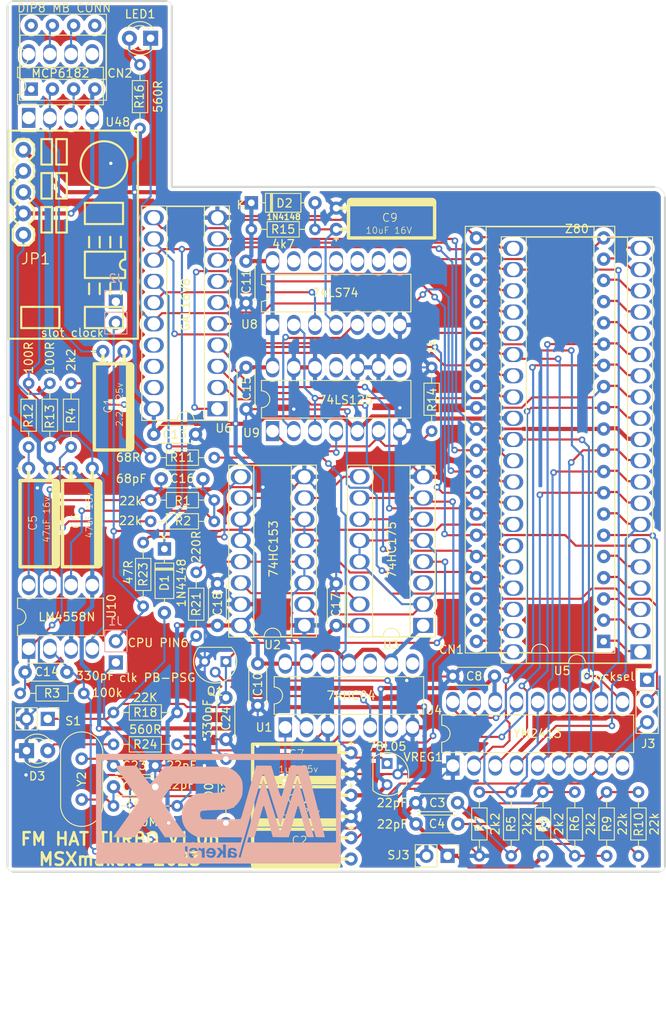
<source format=kicad_pcb>
(kicad_pcb (version 20221018) (generator pcbnew)
  (layers (0 "F.Cu" signal) (31 "B.Cu" signal) (34 "B.Paste" user) (35 "F.Paste" user) (36 "B.SilkS" user "B.Silkscreen") (37 "F.SilkS" user "F.Silkscreen") (38 "B.Mask" user) (39 "F.Mask" user) (44 "Edge.Cuts" user))
  (net 0 "")
  (net 1 "+12V")
  (net 2 "+5V")
  (net 3 "Net-(C2-Pad1)")
  (net 4 "-12V")
  (net 8 "Net-(C5-Pad1)")
  (net 9 "Net-(J3-Pad2)")
  (net 10 "Net-(C22-Pad1)")
  (net 11 "Net-(C23-Pad1)")
  (net 12 "Net-(C24-Pad1)")
  (net 13 "Net-(C6-Pad2)")
  (net 14 "/FMCS")
  (net 15 "Net-(R5-Pad1)")
  (net 16 "Net-(R6-Pad1)")
  (net 20 "Net-(C1-Pad2)")
  (net 21 "Net-(C9-Pad1)")
  (net 22 "Net-(C16-Pad2)")
  (net 23 "Net-(R14-Pad2)")
  (net 24 "Net-(C7-Pad1)")
  (net 25 "GND")
  (net 26 "Net-(C3-Pad2)")
  (net 27 "Net-(C4-Pad1)")
  (net 28 "/+5VREG")
  (net 29 "Net-(C14-Pad2)")
  (net 30 "Net-(C14-Pad1)")
  (net 31 "Net-(C16-Pad1)")
  (net 32 "/A10")
  (net 33 "/IORQ")
  (net 34 "/A9")
  (net 35 "/MREQ")
  (net 36 "/A8")
  (net 37 "/HALT")
  (net 38 "/A7")
  (net 39 "/NMI")
  (net 40 "/A6")
  (net 41 "/INT")
  (net 42 "/A5")
  (net 43 "/D1")
  (net 44 "/A4")
  (net 45 "/D0")
  (net 46 "/A3")
  (net 47 "/D7")
  (net 48 "/A2")
  (net 49 "/D2")
  (net 50 "/A1")
  (net 51 "/A0")
  (net 52 "/D6")
  (net 53 "/D5")
  (net 54 "/RFSH")
  (net 55 "/D3")
  (net 56 "/M1")
  (net 57 "/D4")
  (net 58 "/RST")
  (net 59 "/CLCK")
  (net 60 "/BUSRQ")
  (net 61 "/A15")
  (net 62 "/WAIT")
  (net 63 "/A14")
  (net 64 "/BUSAK")
  (net 65 "/A13")
  (net 66 "/WR")
  (net 67 "/A12")
  (net 68 "/RD")
  (net 69 "/A11")
  (net 70 "Net-(CN2-Pad7)")
  (net 71 "Net-(CN2-Pad3)")
  (net 72 "Net-(CN2-Pad6)")
  (net 73 "/AMP")
  (net 75 "/F4RD")
  (net 76 "/F4WR")
  (net 77 "/D4WR")
  (net 78 "/FDRE")
  (net 79 "/MB_CLCK2")
  (net 80 "/FDWE")
  (net 82 "Net-(LED1-Pad2)")
  (net 83 "GND1")
  (net 86 "Net-(D1-Pad2)")
  (net 87 "Net-(D3-Pad2)")
  (net 88 "/MB_CLCK1")
  (net 92 "Net-(Q1-Pad2)")
  (net 93 "Net-(R21-Pad2)")
  (net 94 "Net-(R23-Pad1)")
  (net 95 "Net-(R24-Pad1)")
  (net 100 "Net-(U2-Pad2)")
  (net 101 "Net-(U2-Pad7)")
  (net 102 "Net-(U2-Pad14)")
  (net 104 "Net-(U3-Pad11)")
  (net 108 "Net-(U8-Pad5)")
  (footprint "MSXmakers:CP_tumbado" (layer "F.Cu") (at 81.28 77.47)
    (fp_text reference "C1")
    (fp_text value "2.2uF25v")
  )
  (footprint "MSXmakers:CP_tumbado" (layer "F.Cu") (at 109.728 136.906 -90)
    (fp_text reference "C2")
    (fp_text value "2.2uF25v")
  )
  (footprint "Capacitor_THT:C_Disc_D4.3mm_W1.9mm_P5.00mm" (layer "F.Cu") (at 117.475 131.445)
    (fp_text reference "C3")
    (fp_text value "22pF")
  )
  (footprint "Capacitor_THT:C_Disc_D4.3mm_W1.9mm_P5.00mm" (layer "F.Cu") (at 122.515 133.985 180)
    (fp_text reference "C4")
    (fp_text value "22pF")
  )
  (footprint "MSXmakers:CP_tumbado" (layer "F.Cu") (at 72.39 91.44)
    (fp_text reference "C5")
    (fp_text value "47uF 16v")
  )
  (footprint "MSXmakers:CP_tumbado" (layer "F.Cu") (at 77.47 91.44)
    (fp_text reference "C6")
    (fp_text value "47uF 16v")
  )
  (footprint "MSXmakers:CP_tumbado" (layer "F.Cu") (at 109.728 126.746 -90)
    (fp_text reference "C7")
    (fp_text value "1uF 25v")
  )
  (footprint "Capacitor_THT:C_Disc_D4.3mm_W1.9mm_P5.00mm" (layer "F.Cu") (at 121.91 116.317)
    (fp_text reference "C8")
    (fp_text value "100nF")
  )
  (footprint "MSXmakers:CP_tumbado" (layer "F.Cu") (at 107.95 61.595 90)
    (fp_text reference "C9")
    (fp_text value "10uF 16V")
  )
  (footprint "Capacitor_THT:C_Disc_D4.3mm_W1.9mm_P5.00mm" (layer "F.Cu") (at 98.552 114.808 -90)
    (fp_text reference "C10")
    (fp_text value "100nF")
  )
  (footprint "Capacitor_THT:C_Disc_D4.3mm_W1.9mm_P5.00mm" (layer "F.Cu") (at 97.155 66.675 -90)
    (fp_text reference "C11")
    (fp_text value "100nF")
  )
  (footprint "MSXmakers:CP_tumbado" (layer "F.Cu") (at 109.728 131.826 -90)
    (fp_text reference "C12")
    (fp_text value "1uF 25v")
  )
  (footprint "Capacitor_THT:C_Disc_D4.3mm_W1.9mm_P5.00mm" (layer "F.Cu") (at 86.106 87.376)
    (fp_text reference "C13")
    (fp_text value "100nF")
  )
  (footprint "Capacitor_THT:C_Disc_D4.3mm_W1.9mm_P5.00mm" (layer "F.Cu") (at 75.692 115.824 180)
    (fp_text reference "C14")
    (fp_text value "330pF")
  )
  (footprint "Capacitor_THT:C_Disc_D4.3mm_W1.9mm_P5.00mm" (layer "F.Cu") (at 91.995 92.71 180)
    (fp_text reference "C16")
    (fp_text value "68pF")
  )
  (footprint "Package_DIP:DIP-40_W15.24mm_Socket" (layer "F.Cu") (at 139.98 112.15 180)
    (fp_text reference "CN1")
    (fp_text value "DIP40 MB CONN")
  )
  (footprint "MSXmakers:DIP-18c_W7.62mm_LongPads" (layer "F.Cu") (at 121.92 127 90)
    (fp_text reference "U4")
    (fp_text value "YM2413")
  )
  (footprint "MSXmakers:DIP-8c_W7.62mm_LongPads" (layer "F.Cu") (at 71.12 113.03 90)
    (fp_text reference "U10")
    (fp_text value "LM4558N")
  )
  (footprint "MSXmakers:DIP-40c_W15.24mm_Socket_LongPads" (layer "F.Cu") (at 144.39 113.4 180)
    (fp_text reference "U5")
    (fp_text value "Z80")
  )
  (footprint "MSXmakers:DIP-14c_W7.62mm_LongPads" (layer "F.Cu") (at 100.33 74.295 90)
    (fp_text reference "U8")
    (fp_text value "74LS74")
  )
  (footprint "MSXmakers:DIP-14c_W7.62mm_LongPads" (layer "F.Cu") (at 100.33 86.995 90)
    (fp_text reference "U9")
    (fp_text value "74LS125")
  )
  (footprint "MSXmakers:Eletechsup_DD1718PA" (layer "F.Cu") (at 68.707 51.054 -90)
    (fp_text reference "JP1")
    (fp_text value "Conn_01x05" hide)
  )
  (footprint "LED_THT:LED_D3.0mm" (layer "F.Cu") (at 85.725 40.005 180)
    (fp_text reference "LED1")
    (fp_text value "LED 3mm")
  )
  (footprint "Resistor_THT:R_Axial_DIN0204_L3.6mm_D1.6mm_P7.62mm_Horizontal" (layer "F.Cu") (at 93.345 95.25 180)
    (fp_text reference "R1")
    (fp_text value "22k")
  )
  (footprint "Resistor_THT:R_Axial_DIN0204_L3.6mm_D1.6mm_P7.62mm_Horizontal" (layer "F.Cu") (at 93.345 97.79 180)
    (fp_text reference "R2")
    (fp_text value "22k")
  )
  (footprint "Resistor_THT:R_Axial_DIN0204_L3.6mm_D1.6mm_P7.62mm_Horizontal" (layer "F.Cu") (at 77.724 118.364 180)
    (fp_text reference "R3")
    (fp_text value "100k")
  )
  (footprint "Resistor_THT:R_Axial_DIN0204_L3.6mm_D1.6mm_P7.62mm_Horizontal" (layer "F.Cu") (at 76.2 88.9 90)
    (fp_text reference "R4")
    (fp_text value "2k2")
  )
  (footprint "Resistor_THT:R_Axial_DIN0204_L3.6mm_D1.6mm_P7.62mm_Horizontal" (layer "F.Cu") (at 128.905 130.175 -90)
    (fp_text reference "R5")
    (fp_text value "2k2")
  )
  (footprint "Resistor_THT:R_Axial_DIN0204_L3.6mm_D1.6mm_P7.62mm_Horizontal" (layer "F.Cu") (at 136.525 130.175 -90)
    (fp_text reference "R6")
    (fp_text value "2k2")
  )
  (footprint "Resistor_THT:R_Axial_DIN0204_L3.6mm_D1.6mm_P7.62mm_Horizontal" (layer "F.Cu") (at 125.095 130.175 -90)
    (fp_text reference "R7")
    (fp_text value "2k2")
  )
  (footprint "Resistor_THT:R_Axial_DIN0204_L3.6mm_D1.6mm_P7.62mm_Horizontal" (layer "F.Cu") (at 132.715 137.795 90)
    (fp_text reference "R8")
    (fp_text value "2k2")
  )
  (footprint "Resistor_THT:R_Axial_DIN0204_L3.6mm_D1.6mm_P7.62mm_Horizontal" (layer "F.Cu") (at 140.335 137.795 90)
    (fp_text reference "R9")
    (fp_text value "22k")
  )
  (footprint "Resistor_THT:R_Axial_DIN0204_L3.6mm_D1.6mm_P7.62mm_Horizontal" (layer "F.Cu") (at 144.145 137.795 90)
    (fp_text reference "R10")
    (fp_text value "22k")
  )
  (footprint "Resistor_THT:R_Axial_DIN0204_L3.6mm_D1.6mm_P7.62mm_Horizontal" (layer "F.Cu") (at 93.345 90.17 180)
    (fp_text reference "R11")
    (fp_text value "68R")
  )
  (footprint "Resistor_THT:R_Axial_DIN0204_L3.6mm_D1.6mm_P7.62mm_Horizontal" (layer "F.Cu") (at 71.12 88.9 90)
    (fp_text reference "R12")
    (fp_text value "100R")
  )
  (footprint "Resistor_THT:R_Axial_DIN0204_L3.6mm_D1.6mm_P7.62mm_Horizontal" (layer "F.Cu") (at 73.66 88.9 90)
    (fp_text reference "R13")
    (fp_text value "100R")
  )
  (footprint "Resistor_THT:R_Axial_DIN0204_L3.6mm_D1.6mm_P7.62mm_Horizontal" (layer "F.Cu") (at 119.38 79.375 -90)
    (fp_text reference "R14")
    (fp_text value "1k")
  )
  (footprint "Resistor_THT:R_Axial_DIN0204_L3.6mm_D1.6mm_P7.62mm_Horizontal" (layer "F.Cu") (at 97.79 62.865)
    (fp_text reference "R15")
    (fp_text value "4k7")
  )
  (footprint "Resistor_THT:R_Axial_DIN0204_L3.6mm_D1.6mm_P7.62mm_Horizontal" (layer "F.Cu") (at 84.455 43.18 -90)
    (fp_text reference "R16")
    (fp_text value "560R")
  )
  (footprint "Connector_PinHeader_2.54mm:PinHeader_1x02_P2.54mm_Vertical" (layer "F.Cu") (at 121.29 137.795 -90)
    (fp_text reference "SJ3")
    (fp_text value "SJ")
  )
  (footprint "Package_TO_SOT_THT:TO-92L" (layer "F.Cu") (at 114.046 126.746 -90)
    (fp_text reference "VREG1")
    (fp_text value "78L05")
  )
  (footprint "Package_DIP:DIP-8_W7.62mm_Socket" (layer "F.Cu") (at 71.4248 46.09 90)
    (fp_text reference "CN2")
    (fp_text value "DIP8 MB CONN")
  )
  (footprint "Diode_THT:D_DO-35_SOD27_P7.62mm_Horizontal" (layer "F.Cu") (at 97.79 59.69)
    (fp_text reference "D2")
    (fp_text value "1N4148")
  )
  (footprint "MSXmakers:DIP-8c_W7.62mm_LongPads" (layer "F.Cu") (at 71.12 49.53 90)
    (fp_text reference "U48")
    (fp_text value "MCP6182")
  )
  (footprint "MSXmakers:DIP-20c_W7.62mm_Socket_LongPads" (layer "F.Cu") (at 93.726 84.328 180)
    (fp_text reference "U6")
    (fp_text value "GAL16V8")
  )
  (footprint "Capacitor_THT:C_Disc_D4.3mm_W1.9mm_P5.00mm" (layer "F.Cu") (at 107.95 110.236 90)
    (fp_text reference "C17")
    (fp_text value "100nF")
  )
  (footprint "Capacitor_THT:C_Disc_D4.3mm_W1.9mm_P5.00mm" (layer "F.Cu") (at 81.28 129.54)
    (fp_text reference "C22")
    (fp_text value "22pF")
  )
  (footprint "MSXmakers:DIP-16c_W7.62mm_Socket_LongPads" (layer "F.Cu") (at 118.364 110.236 180)
    (fp_text reference "U3")
    (fp_text value "74HC175")
  )
  (footprint "Capacitor_THT:C_Disc_D4.3mm_W1.9mm_P5.00mm" (layer "F.Cu") (at 94.742 118.872 -90)
    (fp_text reference "C24")
    (fp_text value "330pF")
  )
  (footprint "Package_TO_SOT_THT:TO-92L" (layer "F.Cu") (at 94.742 114.554 180)
    (fp_text reference "Q1")
    (fp_text value "BS170")
  )
  (footprint "Crystal:Crystal_HC49-U_Vertical" (layer "F.Cu") (at 77.47 131.064 90)
    (fp_text reference "Y2")
    (fp_text value "HighFreq")
  )
  (footprint "Connector_PinHeader_2.54mm:PinHeader_1x03_P2.54mm_Vertical" (layer "F.Cu") (at 145.1864 116.7384)
    (fp_text reference "J3")
    (fp_text value "Clocksel")
  )
  (footprint "MSXmakers:DIP-16c_W7.62mm_Socket_LongPads" (layer "F.Cu") (at 104.14 110.236 180)
    (fp_text reference "U2")
    (fp_text value "74HC153")
  )
  (footprint "Connector_PinHeader_2.54mm:PinHeader_1x02_P2.54mm_Vertical" (layer "F.Cu") (at 73.406 121.412 -90)
    (fp_text reference "S1")
    (fp_text value "turbo_on")
  )
  (footprint "MSXmakers:DIP-14c_W7.62mm_LongPads" (layer "F.Cu") (at 101.854 122.428 90)
    (fp_text reference "U1")
    (fp_text value "74HC04")
  )
  (footprint "Resistor_THT:R_Axial_DIN0204_L3.6mm_D1.6mm_P7.62mm_Horizontal" (layer "F.Cu") (at 94.742 133.858 90)
    (fp_text reference "R22")
    (fp_text value "100k")
  )
  (footprint "Resistor_THT:R_Axial_DIN0204_L3.6mm_D1.6mm_P7.62mm_Horizontal" (layer "F.Cu") (at 88.9 124.46 180)
    (fp_text reference "R24")
    (fp_text value "560R")
  )
  (footprint "Resistor_THT:R_Axial_DIN0204_L3.6mm_D1.6mm_P7.62mm_Horizontal" (layer "F.Cu") (at 88.9 120.65 180)
    (fp_text reference "R18")
    (fp_text value "22K")
  )
  (footprint "Resistor_THT:R_Axial_DIN0204_L3.6mm_D1.6mm_P7.62mm_Horizontal" (layer "F.Cu") (at 91.186 111.506 90)
    (fp_text reference "R21")
    (fp_text value "220R")
  )
  (footprint "Resistor_THT:R_Axial_DIN0204_L3.6mm_D1.6mm_P7.62mm_Horizontal" (layer "F.Cu") (at 84.836 100.33 -90)
    (fp_text reference "R23")
    (fp_text value "47R")
  )
  (footprint "Capacitor_THT:C_Disc_D4.3mm_W1.9mm_P5.00mm" (layer "F.Cu") (at 93.726 110.236 90)
    (fp_text reference "C18")
    (fp_text value "100nF")
  )
  (footprint "Resistor_THT:R_Axial_DIN0204_L3.6mm_D1.6mm_P7.62mm_Horizontal" (layer "F.Cu") (at 81.28 131.826)
    (fp_text reference "R20")
    (fp_text value "10M")
  )
  (footprint "Capacitor_THT:C_Disc_D4.3mm_W1.9mm_P5.00mm" (layer "F.Cu") (at 81.28 127)
    (fp_text reference "C23")
    (fp_text value "22pF")
  )
  (footprint "LED_THT:LED_D3.0mm" (layer "F.Cu") (at 70.866 125.222)
    (fp_text reference "D3")
    (fp_text value "LED")
  )
  (footprint "Capacitor_THT:C_Disc_D4.3mm_W1.9mm_P5.00mm" (layer "F.Cu") (at 97.155 79.375 -90)
    (fp_text reference "C15")
    (fp_text value "100nF")
  )
  (footprint "Diode_THT:D_DO-35_SOD27_P7.62mm_Horizontal" (layer "F.Cu") (at 87.376 101.092 -90)
    (fp_text reference "D1")
    (fp_text value "1N4148")
  )
  (footprint "MSXmakers:Logo_MSXmakers_fsilk_29x14_neg" (layer "B.Cu") (at 93.86 132.14 180)
    (fp_text reference "G***" hide)
    (fp_text value "Val**" hide)
  )
  (footprint "Connector_PinSocket_2.54mm:PinSocket_1x02_P2.54mm_Vertical" (layer "B.Cu") (at 81.56 71.51 180)
    (fp_text reference "J2")
    (fp_text value "slot clock")
  )
  (footprint "Connector_PinSocket_2.54mm:PinSocket_1x02_P2.54mm_Vertical" (layer "B.Cu") (at 81.56 114.67)
    (fp_text reference "J1")
    (fp_text value "clock_sel MB/JP" hide)
  )
  (gr_arc (start 147.32 139.065) (mid 147.134013 139.514013) (end 146.685 139.7) (stroke (width 0.05)) (layer "Edge.Cuts"))
  (gr_line (start 147.32 139.065) (end 147.32 59.055) (stroke (width 0.254)) (layer "Edge.Cuts"))
  (gr_line (start 68.58 36.195) (end 68.58 139.065) (stroke (width 0.254)) (layer "Edge.Cuts"))
  (gr_arc (start 146.05 57.785) (mid 146.948026 58.156974) (end 147.32 59.055) (stroke (width 0.05)) (layer "Edge.Cuts"))
  (gr_line (start 88.265 36.195) (end 88.265 57.785) (stroke (width 0.254)) (layer "Edge.Cuts"))
  (gr_line (start 146.685 139.7) (end 69.215 139.7) (stroke (width 0.254)) (layer "Edge.Cuts"))
  (gr_line (start 87.63 35.56) (end 69.215 35.56) (stroke (width 0.254)) (layer "Edge.Cuts"))
  (gr_arc (start 69.215 139.7) (mid 68.765987 139.514013) (end 68.58 139.065) (stroke (width 0.05)) (layer "Edge.Cuts"))
  (gr_arc (start 87.63 35.56) (mid 88.079013 35.745987) (end 88.265 36.195) (stroke (width 0.05)) (layer "Edge.Cuts"))
  (gr_line (start 88.265 57.785) (end 146.05 57.785) (stroke (width 0.254)) (layer "Edge.Cuts"))
  (gr_arc (start 68.58 36.195) (mid 68.765987 35.745987) (end 69.215 35.56) (stroke (width 0.05)) (layer "Edge.Cuts"))
  (gr_text "FM HAT TURBO v1.0b\nMSXmakers 2023" (at 82.07 136.99) (layer "F.SilkS") (effects (font (size 1.5 1.5) (thickness 0.3))))
  (gr_text "CPU PIN6" (at 86.614 112.3188) (layer "F.SilkS") (effects (font (size 1 1))))
  (gr_text "clk PB-PSG" (at 86.53 116.49) (layer "F.SilkS") (effects (font (size 1 1))))
  (segment (start 99.45 97.85) (end 99.36 97.76) (width 0.25) (layer "F.Cu") (net 0))
  (segment (start 100.42 97.85) (end 99.45 97.85) (width 0.25) (layer "F.Cu") (net 0))
  (segment (start 70.68 81.67) (end 72.83 83.82) (width 0.25) (layer "F.Cu") (net 1))
  (segment (start 72.83 83.82) (end 82.55 83.82) (width 0.25) (layer "F.Cu") (net 1))
  (via (at 82.55 83.82) (size 0.8) (drill 0.4) (layers "F.Cu" "B.Cu") (net 1))
  (segment (start 82.9564 84.2264) (end 82.55 83.82) (width 0.25) (layer "B.Cu") (net 1))
  (segment (start 82.9564 87.4014) (end 82.9564 84.2264) (width 0.25) (layer "B.Cu") (net 1))
  (segment (start 72.39 78.74) (end 72.39 60.325) (width 0.25) (layer "B.Cu") (net 1))
  (segment (start 72.39 78.74) (end 71.12 80.01) (width 0.25) (layer "B.Cu") (net 1))
  (segment (start 72.39 60.325) (end 70.485 58.42) (width 0.25) (layer "B.Cu") (net 1))
  (segment (start 71.12 80.01) (end 71.12 81.28) (width 0.25) (layer "B.Cu") (net 1))
  (segment (start 85.725 90.17) (end 82.9564 87.4014) (width 0.25) (layer "B.Cu") (net 1))
  (segment (start 98.552 114.808) (end 101.854 114.808) (width 0.5) (layer "F.Cu") (net 2))
  (segment (start 126.4864 85.4964) (end 117.8164 85.4964) (width 0.5) (layer "F.Cu") (net 2))
  (segment (start 127.731 86.741) (end 126.4864 85.4964) (width 0.5) (layer "F.Cu") (net 2))
  (segment (start 109.474 114.808) (end 111.124 113.158) (width 0.5) (layer "F.Cu") (net 2))
  (segment (start 100.33 79.375) (end 97.155 79.375) (width 0.5) (layer "F.Cu") (net 2))
  (segment (start 135.522 86.74) (end 135.512 86.73) (width 0.5) (layer "F.Cu") (net 2))
  (segment (start 110.453625 86.995) (end 108.803625 85.345) (width 0.5) (layer "F.Cu") (net 2))
  (segment (start 96.52 110.236) (end 93.726 110.236) (width 0.5) (layer "F.Cu") (net 2))
  (segment (start 108.803625 85.345) (end 99.313 85.345) (width 0.5) (layer "F.Cu") (net 2))
  (segment (start 83.82 58.42) (end 86.36 58.42) (width 0.5) (layer "F.Cu") (net 2))
  (segment (start 140.241 86.662) (end 141.613 86.662) (width 0.5) (layer "F.Cu") (net 2))
  (segment (start 107.95 110.236) (end 110.744 110.236) (width 0.5) (layer "F.Cu") (net 2))
  (segment (start 144.64 87.912) (end 142.862 87.912) (width 0.5) (layer "F.Cu") (net 2))
  (segment (start 142.862 87.912) (end 141.613 86.662) (width 0.5) (layer "F.Cu") (net 2))
  (segment (start 117.8164 85.4964) (end 117.5624 85.2424) (width 0.5) (layer "F.Cu") (net 2))
  (segment (start 127.742 86.73) (end 127.731 86.741) (width 0.33) (layer "F.Cu") (net 2))
  (segment (start 97.155 66.675) (end 100.33 66.675) (width 0.5) (layer "F.Cu") (net 2))
  (segment (start 111.124 113.158) (end 112.904 113.158) (width 0.5) (layer "F.Cu") (net 2))
  (segment (start 86.36 58.42) (end 87.63 59.69) (width 0.5) (layer "F.Cu") (net 2))
  (segment (start 139.971 86.741) (end 139.96 86.73) (width 0.33) (layer "F.Cu") (net 2))
  (segment (start 107.824 113.158) (end 109.474 114.808) (width 0.5) (layer "F.Cu") (net 2))
  (segment (start 140.016 86.74) (end 135.522 86.74) (width 0.5) (layer "F.Cu") (net 2))
  (segment (start 130.69 86.73) (end 130.36 86.73) (width 0.5) (layer "F.Cu") (net 2))
  (segment (start 87.884 133.858) (end 94.742 133.858) (width 0.5) (layer "F.Cu") (net 2))
  (segment (start 110.49 86.995) (end 110.453625 86.995) (width 0.5) (layer "F.Cu") (net 2))
  (segment (start 127.73 86.73) (end 130.36 86.73) (width 0.33) (layer "F.Cu") (net 2))
  (segment (start 75.565 58.42) (end 70.485 53.34) (width 0.5) (layer "F.Cu") (net 2))
  (segment (start 87.63 59.69) (end 97.79 59.69) (width 0.5) (layer "F.Cu") (net 2))
  (segment (start 112.2426 85.2424) (end 110.49 86.995) (width 0.5) (layer "F.Cu") (net 2))
  (segment (start 117.5624 85.2424) (end 112.2426 85.2424) (width 0.5) (layer "F.Cu") (net 2))
  (segment (start 106.6 111.586) (end 107.95 110.236) (width 0.5) (layer "F.Cu") (net 2))
  (segment (start 99.313 85.345) (end 98.532 86.126) (width 0.5) (layer "F.Cu") (net 2))
  (segment (start 139.98 86.75) (end 139.971 86.741) (width 0.5) (layer "F.Cu") (net 2))
  (segment (start 87.356 86.126) (end 86.106 87.376) (width 0.5) (layer "F.Cu") (net 2))
  (segment (start 98.532 86.126) (end 87.356 86.126) (width 0.5) (layer "F.Cu") (net 2))
  (segment (start 97.87 111.586) (end 106.6 111.586) (width 0.5) (layer "F.Cu") (net 2))
  (segment (start 130.7 86.74) (end 130.69 86.73) (width 0.5) (layer "F.Cu") (net 2))
  (segment (start 96.52 110.236) (end 97.87 111.586) (width 0.5) (layer "F.Cu") (net 2))
  (segment (start 101.854 114.808) (end 104.394 114.808) (width 0.5) (layer "F.Cu") (net 2))
  (segment (start 112.904 113.158) (end 114.554 114.808) (width 0.5) (layer "F.Cu") (net 2))
  (segment (start 106.044 113.158) (end 107.824 113.158) (width 0.5) (layer "F.Cu") (net 2))
  (segment (start 83.82 58.42) (end 75.565 58.42) (width 0.5) (layer "F.Cu") (net 2))
  (segment (start 93.726 110.236) (end 88.9 110.236) (width 0.5) (layer "F.Cu") (net 2))
  (segment (start 130.69 86.73) (end 135.512 86.73) (width 0.33) (layer "F.Cu") (net 2))
  (segment (start 104.394 114.808) (end 106.044 113.158) (width 0.5) (layer "F.Cu") (net 2))
  (segment (start 135.522 86.74) (end 130.7 86.74) (width 0.5) (layer "F.Cu") (net 2))
  (via (at 87.884 133.858) (size 0.8) (drill 0.4) (layers "F.Cu" "B.Cu") (net 2))
  (via (at 83.82 58.42) (size 0.8) (drill 0.4) (layers "F.Cu" "B.Cu") (net 2))
  (via (at 88.9 110.236) (size 0.8) (drill 0.4) (layers "F.Cu" "B.Cu") (net 2))
  (via (at 95.905 86.106) (size 0.8) (drill 0.4) (layers "F.Cu" "B.Cu") (net 2))
  (segment (start 97.79 66.04) (end 97.155 66.675) (width 0.5) (layer "B.Cu") (net 2))
  (segment (start 97.79 65.3542) (end 97.79 66.04) (width 0.5) (layer "B.Cu") (net 2))
  (segment (start 98.17 108.586) (end 96.52 110.236) (width 0.5) (layer "B.Cu") (net 2))
  (segment (start 100.33 66.675) (end 100.33 74.295) (width 0.5) (layer "B.Cu") (net 2))
  (segment (start 97.79 62.865) (end 97.79 59.69) (width 0.5) (layer "B.Cu") (net 2))
  (segment (start 114.554 114.808) (end 114.554 114.046) (width 0.5) (layer "B.Cu") (net 2))
  (segment (start 86.106 84.328) (end 86.106 87.376) (width 0.5) (layer "B.Cu") (net 2))
  (segment (start 83.755 55.015) (end 84.455 54.315) (width 0.5) (layer "B.Cu") (net 2))
  (segment (start 98.17 101.726) (end 98.17 108.586) (width 0.5) (layer "B.Cu") (net 2))
  (segment (start 96.52 97.536) (end 96.52 100.076) (width 0.5) (layer "B.Cu") (net 2))
  (segment (start 100.33 74.295) (end 100.33 79.375) (width 0.5) (layer "B.Cu") (net 2))
  (segment (start 98.17 95.886) (end 96.52 97.536) (width 0.5) (layer "B.Cu") (net 2))
  (segment (start 114.554 114.046) (end 118.364 110.236) (width 0.5) (layer "B.Cu") (net 2))
  (segment (start 84.455 54.315) (end 84.455 50.8) (width 0.5) (layer "B.Cu") (net 2))
  (segment (start 97.155 79.375) (end 95.905 80.625) (width 0.5) (layer "B.Cu") (net 2))
  (segment (start 83.82 82.042) (end 86.106 84.328) (width 0.5) (layer "B.Cu") (net 2))
  (segment (start 88.9 120.65) (end 87.75 121.8) (width 0.5) (layer "B.Cu") (net 2))
  (segment (start 96.52 110.236) (end 98.552 112.268) (width 0.5) (layer "B.Cu") (net 2))
  (segment (start 97.79 62.865) (end 97.79 65.3542) (width 0.5) (layer "B.Cu") (net 2))
  (segment (start 96.52 100.076) (end 98.17 101.726) (width 0.5) (layer "B.Cu") (net 2))
  (segment (start 98.552 112.268) (end 98.552 114.808) (width 0.5) (layer "B.Cu") (net 2))
  (segment (start 87.75 121.8) (end 87.75 133.724) (width 0.5) (layer "B.Cu") (net 2))
  (segment (start 95.905 88.793) (end 95.905 89.631812) (width 0.5) (layer "B.Cu") (net 2))
  (segment (start 88.9 110.236) (end 88.9 120.65) (width 0.5) (layer "B.Cu") (net 2))
  (segment (start 95.905 89.631812) (end 98.17 91.896812) (width 0.5) (layer "B.Cu") (net 2))
  (segment (start 83.755 58.355) (end 83.755 55.015) (width 0.5) (layer "B.Cu") (net 2))
  (segment (start 83.82 58.42) (end 83.82 82.042) (width 0.5) (layer "B.Cu") (net 2))
  (segment (start 87.75 133.724) (end 87.884 133.858) (width 0.5) (layer "B.Cu") (net 2))
  (segment (start 83.82 58.42) (end 83.755 58.355) (width 0.5) (layer "B.Cu") (net 2))
  (segment (start 95.905 80.625) (end 95.905 88.793) (width 0.5) (layer "B.Cu") (net 2))
  (segment (start 98.17 91.896812) (end 98.17 95.886) (width 0.5) (layer "B.Cu") (net 2))
  (segment (start 138.99 131.52) (end 124.535 131.52) (width 0.25) (layer "F.Cu") (net 3))
  (segment (start 110.494 135.636) (end 109.728 135.636) (width 0.25) (layer "F.Cu") (net 3))
  (segment (start 116.35 129.78) (end 110.494 135.636) (width 0.25) (layer "F.Cu") (net 3))
  (segment (start 124.535 131.52) (end 122.795 129.78) (width 0.25) (layer "F.Cu") (net 3))
  (segment (start 144.145 130.175) (end 140.335 130.175) (width 0.25) (layer "F.Cu") (net 3))
  (segment (start 140.335 130.175) (end 140.3725 130.175) (width 0.25) (layer "F.Cu") (net 3))
  (segment (start 122.795 129.78) (end 116.35 129.78) (width 0.25) (layer "F.Cu") (net 3))
  (segment (start 140.335 130.175) (end 138.99 131.52) (width 0.25) (layer "F.Cu") (net 3))
  (segment (start 70.940431 82.55) (end 72.39 82.55) (width 0.25) (layer "B.Cu") (net 4))
  (segment (start 70.485 63.5) (end 70.485 65.325) (width 0.25) (layer "B.Cu") (net 4))
  (segment (start 70.485 65.325) (end 69.81 66) (width 0.25) (layer "B.Cu") (net 4))
  (segment (start 69.81 66) (end 69.81 81.419569) (width 0.25) (layer "B.Cu") (net 4))
  (segment (start 69.81 81.419569) (end 70.940431 82.55) (width 0.25) (layer "B.Cu") (net 4))
  (segment (start 72.39 82.55) (end 73.66 81.28) (width 0.25) (layer "B.Cu") (net 4))
  (segment (start 71.12 88.9) (end 71.12 105.41) (width 0.25) (layer "B.Cu") (net 8))
  (segment (start 145.48 107.05) (end 142.67 107.05) (width 0.25) (layer "F.Cu") (net 9))
  (segment (start 146.3614 118.1034) (end 146.3614 107.9314) (width 0.25) (layer "F.Cu") (net 9))
  (segment (start 109.6 103.91) (end 105.766 100.076) (width 0.25) (layer "F.Cu") (net 9))
  (segment (start 123.05 106.43) (end 114.49 106.43) (width 0.25) (layer "F.Cu") (net 9))
  (segment (start 123.65 105.83) (end 123.05 106.43) (width 0.25) (layer "F.Cu") (net 9))
  (segment (start 114.49 106.43) (end 111.97 103.91) (width 0.25) (layer "F.Cu") (net 9))
  (segment (start 111.97 103.91) (end 109.6 103.91) (width 0.25) (layer "F.Cu") (net 9))
  (segment (start 141.44 105.82) (end 138.53 105.82) (width 0.25) (layer "F.Cu") (net 9))
  (segment (start 105.766 100.076) (end 104.14 100.076) (width 0.25) (layer "F.Cu") (net 9))
  (segment (start 138.53 105.82) (end 137.3 107.05) (width 0.25) (layer "F.Cu") (net 9))
  (segment (start 126.14 105.83) (end 123.65 105.83) (width 0.25) (layer "F.Cu") (net 9))
  (segment (start 104.14 97.536) (end 101.696 97.536) (width 0.25) (layer "F.Cu") (net 9))
  (segment (start 146.3614 107.9314) (end 145.48 107.05) (width 0.25) (layer "F.Cu") (net 9))
  (segment (start 145.1864 119.2784) (end 146.3614 118.1034) (width 0.25) (layer "F.Cu") (net 9))
  (segment (start 137.3 107.05) (end 127.36 107.05) (width 0.25) (layer "F.Cu") (net 9))
  (segment (start 142.67 107.05) (end 141.44 105.82) (width 0.25) (layer "F.Cu") (net 9))
  (segment (start 127.36 107.05) (end 126.14 105.83) (width 0.25) (layer "F.Cu") (net 9))
  (segment (start 101.696 97.536) (end 99.156 94.996) (width 0.25) (layer "F.Cu") (net 9))
  (segment (start 99.156 94.996) (end 96.52 94.996) (width 0.25) (layer "F.Cu") (net 9))
  (segment (start 104.14 97.536) (end 104.14 100.076) (width 0.25) (layer "B.Cu") (net 9))
  (segment (start 82.405 130.665) (end 99.885 130.665) (width 0.25) (layer "F.Cu") (net 10))
  (segment (start 77.47 131.064) (end 80.518 131.064) (width 0.25) (layer "F.Cu") (net 10))
  (segment (start 80.518 131.064) (end 81.28 131.826) (width 0.25) (layer "F.Cu") (net 10))
  (segment (start 99.885 130.665) (end 101.74 128.81) (width 0.25) (layer "F.Cu") (net 10))
  (segment (start 81.28 129.54) (end 82.405 130.665) (width 0.25) (layer "F.Cu") (net 10))
  (via (at 101.74 128.81) (size 0.8) (drill 0.4) (layers "F.Cu" "B.Cu") (net 10))
  (segment (start 101.854 128.696) (end 101.74 128.81) (width 0.25) (layer "B.Cu") (net 10))
  (segment (start 81.28 131.826) (end 81.28 129.54) (width 0.25) (layer "B.Cu") (net 10))
  (segment (start 101.854 122.428) (end 101.854 128.696) (width 0.25) (layer "B.Cu") (net 10))
  (segment (start 83.26 131.76) (end 83.326 131.826) (width 0.25) (layer "F.Cu") (net 11))
  (segment (start 77.47 126.184) (end 80.464 126.184) (width 0.25) (layer "F.Cu") (net 11))
  (segment (start 83.326 131.826) (end 88.9 131.826) (width 0.25) (layer "F.Cu") (net 11))
  (segment (start 80.464 126.184) (end 81.28 127) (width 0.25) (layer "F.Cu") (net 11))
  (via (at 83.26 131.76) (size 0.8) (drill 0.4) (layers "F.Cu" "B.Cu") (net 11))
  (segment (start 83.26 128.98) (end 83.26 131.76) (width 0.25) (layer "B.Cu") (net 11))
  (segment (start 90.49 130.236) (end 88.9 131.826) (width 0.25) (layer "B.Cu") (net 11))
  (segment (start 90.49 112.202) (end 90.49 130.236) (width 0.25) (layer "B.Cu") (net 11))
  (segment (start 81.28 127) (end 83.26 128.98) (width 0.25) (layer "B.Cu") (net 11))
  (segment (start 91.186 111.506) (end 90.49 112.202) (width 0.25) (layer "B.Cu") (net 11))
  (segment (start 120.98 102.63) (end 120.966 102.616) (width 0.25) (layer "F.Cu") (net 12))
  (segment (start 96.976 112.32) (end 120.01 112.32) (width 0.25) (layer "F.Cu") (net 12))
  (segment (start 120.966 102.616) (end 118.364 102.616) (width 0.25) (layer "F.Cu") (net 12))
  (segment (start 94.742 114.554) (end 96.976 112.32) (width 0.25) (layer "F.Cu") (net 12))
  (via (at 120.98 102.63) (size 0.8) (drill 0.4) (layers "F.Cu" "B.Cu") (net 12))
  (via (at 120.01 112.32) (size 0.8) (drill 0.4) (layers "F.Cu" "B.Cu") (net 12))
  (segment (start 94.742 118.872) (end 94.742 114.554) (width 0.25) (layer "B.Cu") (net 12))
  (segment (start 120.98 111.35) (end 120.98 102.63) (width 0.25) (layer "B.Cu") (net 12))
  (segment (start 94.742 126.238) (end 93.617 125.113) (width 0.25) (layer "B.Cu") (net 12))
  (segment (start 93.617 125.113) (end 93.617 119.997) (width 0.25) (layer "B.Cu") (net 12))
  (segment (start 93.617 119.997) (end 94.742 118.872) (width 0.25) (layer "B.Cu") (net 12))
  (segment (start 120.01 112.32) (end 120.98 111.35) (width 0.25) (layer "B.Cu") (net 12))
  (segment (start 78.74 91.44) (end 80.1 92.8) (width 0.25) (layer "B.Cu") (net 13))
  (segment (start 76.82 87.56) (end 75 87.56) (width 0.25) (layer "B.Cu") (net 13))
  (segment (start 78.74 91.44) (end 78.74 89.48) (width 0.25) (layer "B.Cu") (net 13))
  (segment (start 80.1 110.4) (end 78.74 111.76) (width 0.25) (layer "B.Cu") (net 13))
  (segment (start 80.1 92.8) (end 80.1 110.4) (width 0.25) (layer "B.Cu") (net 13))
  (segment (start 75 87.56) (end 73.66 88.9) (width 0.25) (layer "B.Cu") (net 13))
  (segment (start 78.74 89.48) (end 76.82 87.56) (width 0.25) (layer "B.Cu") (net 13))
  (segment (start 78.74 111.76) (end 78.74 113.03) (width 0.25) (layer "B.Cu") (net 13))
  (segment (start 118.644501 76.480499) (end 98.610499 76.480499) (width 0.25) (layer "F.Cu") (net 14))
  (segment (start 131.15 77.35) (end 130.415 76.615) (width 0.25) (layer "F.Cu") (net 14))
  (segment (start 136.1 77.35) (end 131.15 77.35) (width 0.25) (layer "F.Cu") (net 14))
  (segment (start 87.084 72.89) (end 86.106 73.868) (width 0.25) (layer "F.Cu") (net 14))
  (segment (start 119.875 75.25) (end 118.644501 76.480499) (width 0.25) (layer "F.Cu") (net 14))
  (segment (start 126.35 75.25) (end 119.875 75.25) (width 0.25) (layer "F.Cu") (net 14))
  (segment (start 98.610499 76.480499) (end 95.02 72.89) (width 0.25) (layer "F.Cu") (net 14))
  (segment (start 86.106 73.868) (end 86.106 74.168) (width 0.25) (layer "F.Cu") (net 14))
  (segment (start 130.415 76.615) (end 127.715 76.615) (width 0.25) (layer "F.Cu") (net 14))
  (segment (start 127.715 76.615) (end 126.35 75.25) (width 0.25) (layer "F.Cu") (net 14))
  (segment (start 95.02 72.89) (end 87.084 72.89) (width 0.25) (layer "F.Cu") (net 14))
  (via (at 136.1 77.35) (size 0.8) (drill 0.4) (layers "F.Cu" "B.Cu") (net 14))
  (segment (start 137.4845 115.3555) (end 137.4845 89.9845) (width 0.25) (layer "B.Cu") (net 14))
  (segment (start 137.16 115.68) (end 137.4845 115.3555) (width 0.25) (layer "B.Cu") (net 14))
  (segment (start 84.581 72.643) (end 84.581 60.079) (width 0.25) (layer "B.Cu") (net 14))
  (segment (start 137.16 119.38) (end 137.16 115.68) (width 0.25) (layer "B.Cu") (net 14))
  (segment (start 85.725 58.935) (end 85.725 40.005) (width 0.25) (layer "B.Cu") (net 14))
  (segment (start 136.17 88.67) (end 136.17 77.42) (width 0.25) (layer "B.Cu") (net 14))
  (segment (start 136.17 77.42) (end 136.1 77.35) (width 0.25) (layer "B.Cu") (net 14))
  (segment (start 84.581 60.079) (end 85.725 58.935) (width 0.25) (layer "B.Cu") (net 14))
  (segment (start 86.106 74.168) (end 84.581 72.643) (width 0.25) (layer "B.Cu") (net 14))
  (segment (start 137.4845 89.9845) (end 136.17 88.67) (width 0.25) (layer "B.Cu") (net 14))
  (segment (start 128.905 130.175) (end 125.095 130.175) (width 0.25) (layer "F.Cu") (net 15))
  (segment (start 130.7846 127.5588) (end 130.7846 128.2954) (width 0.25) (layer "B.Cu") (net 15))
  (segment (start 132.08 119.38) (end 132.08 124.4854) (width 0.25) (layer "B.Cu") (net 15))
  (segment (start 130.7846 127.5588) (end 130.7846 125.7808) (width 0.25) (layer "B.Cu") (net 15))
  (segment (start 130.7846 126.3746) (end 130.7846 127.5588) (width 0.25) (layer "B.Cu") (net 15))
  (segment (start 130.7846 125.7808) (end 131.2037 125.3617) (width 0.25) (layer "B.Cu") (net 15))
  (segment (start 132.08 124.4854) (end 131.2037 125.3617) (width 0.25) (layer "B.Cu") (net 15))
  (segment (start 130.7846 128.2954) (end 128.905 130.175) (width 0.25) (layer "B.Cu") (net 15))
  (segment (start 132.715 130.175) (end 136.525 130.175) (width 0.25) (layer "F.Cu") (net 16))
  (segment (start 125.69 128.865) (end 128.27 131.445) (width 0.25) (layer "B.Cu") (net 16))
  (segment (start 129.54 119.38) (end 129.54 120.21) (width 0.25) (layer "B.Cu") (net 16))
  (segment (start 128.27 131.445) (end 131.445 131.445) (width 0.25) (layer "B.Cu") (net 16))
  (segment (start 131.445 131.445) (end 132.715 130.175) (width 0.25) (layer "B.Cu") (net 16))
  (segment (start 129.54 120.21) (end 125.69 124.06) (width 0.25) (layer "B.Cu") (net 16))
  (segment (start 125.69 124.06) (end 125.69 128.865) (width 0.25) (layer "B.Cu") (net 16))
  (segment (start 78.74 81.28) (end 76.2 81.28) (width 0.25) (layer "F.Cu") (net 20))
  (segment (start 78.74 81.28) (end 82.55 77.47) (width 0.25) (layer "F.Cu") (net 20))
  (segment (start 105.41 62.865) (end 107.95 62.865) (width 0.25) (layer "F.Cu") (net 21))
  (segment (start 105.41 59.69) (end 105.41 62.865) (width 0.25) (layer "B.Cu") (net 21))
  (segment (start 107.95 62.865) (end 106.68 64.135) (width 0.25) (layer "B.Cu") (net 21))
  (segment (start 106.68 64.135) (end 106.68 73.025) (width 0.25) (layer "B.Cu") (net 21))
  (segment (start 106.68 73.025) (end 107.95 74.295) (width 0.25) (layer "B.Cu") (net 21))
  (segment (start 85.725 95.25) (end 74.93 95.25) (width 0.25) (layer "F.Cu") (net 22))
  (segment (start 74.93 95.25) (end 73.66 93.98) (width 0.25) (layer "F.Cu") (net 22))
  (via (at 73.66 93.98) (size 0.8) (drill 0.4) (layers "F.Cu" "B.Cu") (net 22))
  (segment (start 73.64 106.236666) (end 73.64 94.13) (width 0.25) (layer "B.Cu") (net 22))
  (segment (start 85.725 95.25) (end 86.995 93.98) (width 0.25) (layer "B.Cu") (net 22))
  (segment (start 74.853334 90.246666) (end 76.2 88.9) (width 0.25) (layer "B.Cu") (net 22))
  (segment (start 86.995 93.98) (end 86.995 92.71) (width 0.25) (layer "B.Cu") (net 22))
  (segment (start 73.64 94.13) (end 74.853334 92.916666) (width 0.25) (layer "B.Cu") (net 22))
  (segment (start 74.853334 92.916666) (end 74.853334 90.246666) (width 0.25) (layer "B.Cu") (net 22))
  (segment (start 73.66 105.41) (end 73.66 106.256666) (width 0.25) (layer "B.Cu") (net 22))
  (segment (start 102.155499 88.820499) (end 111.889501 88.820499) (width 0.25) (layer "F.Cu") (net 23))
  (segment (start 100.33 86.995) (end 102.155499 88.820499) (width 0.25) (layer "F.Cu") (net 23))
  (segment (start 117.615 88.76) (end 113.81 88.76) (width 0.25) (layer "F.Cu") (net 23))
  (segment (start 113.03 87.68) (end 113.03 86.995) (width 0.25) (layer "F.Cu") (net 23))
  (segment (start 113.81 88.76) (end 113.03 87.98) (width 0.25) (layer "F.Cu") (net 23))
  (segment (start 111.889501 88.820499) (end 113.03 87.68) (width 0.25) (layer "F.Cu") (net 23))
  (segment (start 113.03 87.98) (end 113.03 86.995) (width 0.25) (layer "F.Cu") (net 23))
  (segment (start 119.38 86.995) (end 117.615 88.76) (width 0.25) (layer "F.Cu") (net 23))
  (segment (start 113.35 126.05) (end 110.302 126.05) (width 0.25) (layer "F.Cu") (net 24))
  (segment (start 106.31 90.17) (end 107.02 90.88) (width 0.25) (layer "F.Cu") (net 24))
  (segment (start 93.345 90.17) (end 106.31 90.17) (width 0.25) (layer "F.Cu") (net 24))
  (segment (start 110.302 126.05) (end 109.728 125.476) (width 0.25) (layer "F.Cu") (net 24))
  (segment (start 114.046 126.746) (end 113.35 126.05) (width 0.25) (layer "F.Cu") (net 24))
  (via (at 107.02 90.88) (size 0.8) (drill 0.4) (layers "F.Cu" "B.Cu") (net 24))
  (segment (start 108.55 92.41) (end 108.55 96.56) (width 0.25) (layer "B.Cu") (net 24))
  (segment (start 108.55 96.56) (end 109.075 97.085) (width 0.25) (layer "B.Cu") (net 24))
  (segment (start 109.075 113.21601) (end 108.33 113.96101) (width 0.25) (layer "B.Cu") (net 24))
  (segment (start 109.075 97.085) (end 109.075 113.21601) (width 0.25) (layer "B.Cu") (net 24))
  (segment (start 108.33 113.96101) (end 108.33 124.078) (width 0.25) (layer "B.Cu") (net 24))
  (segment (start 107.02 90.88) (end 108.55 92.41) (width 0.25) (layer "B.Cu") (net 24))
  (segment (start 108.33 124.078) (end 109.728 125.476) (width 0.25) (layer "B.Cu") (net 24))
  (segment (start 107.7245 91.200098) (end 106.468598 92.456) (width 0.25) (layer "F.Cu") (net 25))
  (segment (start 91.96 127) (end 92.17 127) (width 0.25) (layer "F.Cu") (net 25))
  (segment (start 110.49 81.04) (end 110.38 81.15) (width 0.25) (layer "F.Cu") (net 25))
  (segment (start 105.41 79.375) (end 102.87 79.375) (width 0.25) (layer "F.Cu") (net 25))
  (segment (start 121.877 116.35) (end 121.91 116.317) (width 0.25) (layer "F.Cu") (net 25))
  (segment (start 110.49 79.375) (end 113.03 79.375) (width 0.25) (layer "F.Cu") (net 25))
  (segment (start 94.01 93.7) (end 93.875 93.835) (width 0.25) (layer "F.Cu") (net 25))
  (segment (start 97.155 84.375) (end 97.16 84.37) (width 0.25) (layer "F.Cu") (net 25))
  (segment (start 98.552 120.062) (end 98.552 119.808) (width 0.25) (layer "F.Cu") (net 25))
  (segment (start 75.13 93.15) (end 72.8 93.15) (width 0.25) (layer "F.Cu") (net 25))
  (segment (start 118.364 92.456) (end 117.108098 91.200098) (width 0.25) (layer "F.Cu") (net 25))
  (segment (start 90.44 93.72) (end 90.325 93.835) (width 0.25) (layer "F.Cu") (net 25))
  (segment (start 127.622 85.372) (end 126.373 84.122) (width 0.26) (layer "F.Cu") (net 25))
  (segment (start 72.16 93.79) (end 72.16 93.8) (width 0.25) (layer "F.Cu") (net 25))
  (segment (start 118.86 127) (end 121.92 127) (width 0.25) (layer "F.Cu") (net 25))
  (segment (start 110.38 81.15) (end 105.41 81.15) (width 0.25) (layer "F.Cu") (net 25))
  (segment (start 124.74 84.21) (end 115.57 84.21) (width 0.25) (layer "F.Cu") (net 25))
  (segment (start 125.001 84.122) (end 126.373 84.122) (width 0.26) (layer "F.Cu") (net 25))
  (segment (start 116.4 116.82) (end 118.79 116.82) (width 0.25) (layer "F.Cu") (net 25))
  (segment (start 102.896 93.7) (end 99.18 93.7) (width 0.25) (layer "F.Cu") (net 25))
  (segment (start 106.995 61.28) (end 107.95 60.325) (width 0.25) (layer "F.Cu") (net 25))
  (segment (start 99.18 93.7) (end 94.01 93.7) (width 0.25) (layer "F.Cu") (net 25))
  (segment (start 70.866 128.054) (end 70.8 128.12) (width 0.25) (layer "F.Cu") (net 25))
  (segment (start 125.095 137.795) (end 123.19 135.89) (width 0.25) (layer "F.Cu") (net 25))
  (segment (start 121.92 135.89) (end 117.475 131.445) (width 0.25) (layer "F.Cu") (net 25))
  (segment (start 93.726 61.468) (end 93.914 61.28) (width 0.25) (layer "F.Cu") (net 25))
  (segment (start 115.316 128.026) (end 117.834 128.026) (width 0.25) (layer "F.Cu") (net 25))
  (segment (start 106.468598 92.456) (end 104.14 92.456) (width 0.25) (layer "F.Cu") (net 25))
  (segment (start 70.8 128.12) (end 70.805 128.125) (width 0.25) (layer "F.Cu") (net 25))
  (segment (start 72.8 93.15) (end 72.16 93.79) (width 0.25) (layer "F.Cu") (net 25))
  (segment (start 110.49 79.375) (end 110.49 81.04) (width 0.25) (layer "F.Cu") (net 25))
  (segment (start 119.26 116.35) (end 121.877 116.35) (width 0.25) (layer "F.Cu") (net 25))
  (segment (start 75.815 93.835) (end 75.13 93.15) (width 0.25) (layer "F.Cu") (net 25))
  (segment (start 93.875 93.835) (end 90.555 93.835) (width 0.25) (layer "F.Cu") (net 25))
  (segment (start 105.41 81.15) (end 105.41 79.375) (width 0.25) (layer "F.Cu") (net 25))
  (segment (start 118.79 116.82) (end 119.26 116.35) (width 0.25) (layer "F.Cu") (net 25))
  (segment (start 90.555 93.835) (end 90.44 93.72) (width 0.25) (layer "F.Cu") (net 25))
  (segment (start 104.690001 124.671999) (end 106.934 122.428) (width 0.25) (layer "F.Cu") (net 25))
  (segment (start 70.805 128.125) (end 85.155 128.125) (width 0.25) (layer "F.Cu") (net 25))
  (segment (start 76.2 113.03) (end 76.2 113.06) (width 0.25) (layer "F.Cu") (net 25))
  (segment (start 109.728 128.016) (end 115.306 128.016) (width 0.25) (layer "F.Cu") (net 25))
  (segment (start 90.325 93.835) (end 75.815 93.835) (width 0.25) (layer "F.Cu") (net 25))
  (segment (start 93.914 61.28) (end 106.995 61.28) (width 0.25) (layer "F.Cu") (net 25))
  (segment (start 129.4 85.372) (end 127.622 85.372) (width 0.26) (layer "F.Cu") (net 25))
  (segment (start 86.28 127) (end 91.96 127) (width 0.25) (layer "F.Cu") (net 25))
  (segment (start 98.538001 124.671999) (end 104.690001 124.671999) (width 0.25) (layer "F.Cu") (net 25))
  (segment (start 117.834 128.026) (end 118.86 127) (width 0.25) (layer "F.Cu") (net 25))
  (segment (start 95.541999 124.671999) (end 98.538001 124.671999) (width 0.25) (layer "F.Cu") (net 25))
  (segment (start 97.16 84.37) (end 102.87 84.37) (width 0.25) (layer "F.Cu") (net 25))
  (segment (start 117.108098 91.200098) (end 107.7245 91.200098) (width 0.25) (layer "F.Cu") (net 25))
  (segment (start 94.742 123.872) (end 95.541999 124.671999) (width 0.25) (layer "F.Cu") (net 25))
  (segment (start 123.19 135.89) (end 121.92 135.89) (width 0.25) (layer "F.Cu") (net 25))
  (segment (start 92.2 123.87) (end 94.742 123.872) (width 0.25) (layer "F.Cu") (net 25))
  (segment (start 115.306 128.016) (end 115.316 128.026) (width 0.25) (layer "F.Cu") (net 25))
  (segment (start 85.155 128.125) (end 86.28 127) (width 0.25) (layer "F.Cu") (net 25))
  (segment (start 104.14 92.456) (end 102.896 93.7) (width 0.25) (layer "F.Cu") (net 25))
  (via (at 70.8 128.12) (size 0.8) (drill 0.4) (layers "F.Cu" "B.Cu") (net 25))
  (via (at 115.57 84.21) (size 0.8) (drill 0.4) (layers "F.Cu" "B.Cu") (net 25))
  (via (at 92.17 127) (size 0.8) (drill 0.4) (layers "F.Cu" "B.Cu") (net 25))
  (via (at 99.18 93.7) (size 0.8) (drill 0.4) (layers "F.Cu" "B.Cu") (net 25))
  (via (at 72.16 93.79) (size 0.8) (drill 0.4) (layers "F.Cu" "B.Cu") (net 25))
  (via (at 116.4 116.82) (size 0.8) (drill 0.4) (layers "F.Cu" "B.Cu") (net 25))
  (via (at 102.87 84.37) (size 0.8) (drill 0.4) (layers "F.Cu" "B.Cu") (net 25))
  (via (at 80.96 54.97) (size 0.8) (drill 0.4) (layers "F.Cu" "B.Cu") (net 25))
  (via (at 90.44 93.72) (size 0.8) (drill 0.4) (layers "F.Cu" "B.Cu") (net 25))
  (via (at 92.202 123.858) (size 0.8) (drill 0.4) (layers "F.Cu" "B.Cu") (net 25))
  (via (at 98.538001 124.671999) (size 0.8) (drill 0.4) (layers "F.Cu" "B.Cu") (net 25))
  (segment (start 86.28 127) (end 86.28 129.54) (width 0.25) (layer "B.Cu") (net 25))
  (segment (start 117.475 131.445) (end 121.92 127) (width 0.25) (layer "B.Cu") (net 25))
  (segment (start 115.57 84.21) (end 115.57 86.995) (width 0.25) (layer "B.Cu") (net 25))
  (segment (start 92.202 114.554) (end 92.211 114.545) (width 0.25) (layer "B.Cu") (net 25))
  (segment (start 92.211 114.545) (end 92.211 111.081431) (width 0.25) (layer "B.Cu") (net 25))
  (segment (start 98.552 119.808) (end 98.552 124.658) (width 0.25) (layer "B.Cu") (net 25))
  (segment (start 97.155 75.395) (end 98.38 76.62) (width 0.25) (layer "B.Cu") (net 25))
  (segment (start 105.914 110.236) (end 107.95 108.2) (width 0.25) (layer "B.Cu") (net 25))
  (segment (start 98.38 83.15) (end 97.155 84.375) (width 0.25) (layer "B.Cu") (net 25))
  (segment (start 76.2 111.15) (end 73.19 111.15) (width 0.25) (layer "B.Cu") (net 25))
  (segment (start 104.14 92.456) (end 107.95 96.266) (width 0.25) (layer "B.Cu") (net 25))
  (segment (start 119.38 79.375) (end 118.155 79.375) (width 0.25) (layer "B.Cu") (net 25))
  (segment (start 107.95 96.266) (end 107.95 105.236) (width 0.25) (layer "B.Cu") (net 25))
  (segment (start 92.17 127) (end 92.202 126.968) (width 0.25) (layer "B.Cu") (net 25))
  (segment (start 73.19 111.15) (end 72.35 111.99) (width 0.25) (layer "B.Cu") (net 25))
  (segment (start 118.364 88.519) (end 118.364 92.456) (width 0.25) (layer "B.Cu") (net 25))
  (segment (start 118.155 79.375) (end 115.57 76.79) (width 0.25) (layer "B.Cu") (net 25))
  (segment (start 117.094 122.428) (end 117.094 117.514) (width 0.25) (layer "B.Cu") (net 25))
  (segment (start 113.03 79.375) (end 113.03 76.83) (width 0.25) (layer "B.Cu") (net 25))
  (segment (start 96.186 107.696) (end 96.52 107.696) (width 0.25) (layer "B.Cu") (net 25))
  (segment (start 93.726 105.236) (end 96.186 107.696) (width 0.25) (layer "B.Cu") (net 25))
  (segment (start 97.155 87.975) (end 99.18 90) (width 0.25) (layer "B.Cu") (net 25))
  (segment (start 92.21 106.752) (end 93.726 105.236) (width 0.25) (layer "B.Cu") (net 25))
  (segment (start 92.202 123.858) (end 92.202 114.554) (width 0.25) (layer "B.Cu") (net 25))
  (segment (start 106.934 125.222) (end 109.728 128.016) (width 0.25) (layer "B.Cu") (net 25))
  (segment (start 107.95 108.2) (end 107.95 105.236) (width 0.25) (layer "B.Cu") (net 25))
  (segment (start 113.03 79.375) (end 113.03 81.15) (width 0.25) (layer "B.Cu") (net 25))
  (segment (start 70.866 125.222) (end 70.866 128.054) (width 0.25) (layer "B.Cu") (net 25))
  (segment (start 98.552 124.658) (end 98.538001 124.671999) (width 0.25) (layer "B.Cu") (net 25))
  (segment (start 116.84 86.995) (end 118.364 88.519) (width 0.25) (layer "B.Cu") (net 25))
  (segment (start 115.57 76.79) (end 115.57 74.295) (width 0.25) (layer "B.Cu") (net 25))
  (segment (start 76.2 113.03) (end 76.2 111.15) (width 0.25) (layer "B.Cu") (net 25))
  (segment (start 109.728 133.096) (end 111.56 131.264) (width 0.25) (layer "B.Cu") (net 25))
  (segment (start 106.934 122.428) (end 106.934 125.222) (width 0.25) (layer "B.Cu") (net 25))
  (segment (start 102.87 79.375) (end 102.87 84.37) (width 0.25) (layer "B.Cu") (net 25))
  (segment (start 95.62 63.362) (end 95.62 70.14) (width 0.25) (layer "B.Cu") (net 25))
  (segment (start 72.35 111.99) (end 72.35 119.928) (width 0.25) (layer "B.Cu") (net 25))
  (segment (start 111.56 131.264) (end 111.56 129.848) (width 0.25) (layer "B.Cu") (net 25))
  (segment (start 72.34 93.97) (end 72.16 93.79) (width 0.25) (layer "B.Cu") (net 25))
  (segment (start 92.21 111.080431) (end 92.21 106.752) (width 0.25) (layer "B.Cu") (net 25))
  (segment (start 97.155 84.375) (end 97.155 87.975) (width 0.25) (layer "B.Cu") (net 25))
  (segment (start 118.75 137.795) (end 118.75 132.72) (width 0.25) (layer "B.Cu") (net 25))
  (segment (start 113.03 76.83) (end 115.6 76.83) (width 0.25) (layer "B.Cu") (net 25))
  (segment (start 98.38 76.62) (end 98.38 83.15) (width 0.25) (layer "B.Cu") (net 25))
  (segment (start 72.34 110.3) (end 72.34 93.97) (width 0.25) (layer "B.Cu") (net 25))
  (segment (start 99.18 90) (end 99.18 93.7) (width 0.25) (layer "B.Cu") (net 25))
  (segment (start 118.75 132.72) (end 117.475 131.445) (width 0.25) (layer "B.Cu") (net 25))
  (segment (start 113.03 81.15) (end 115.57 83.69) (width 0.25) (layer "B.Cu") (net 25))
  (segment (start 70.866 121.412) (end 70.866 125.222) (width 0.25) (layer "B.Cu") (net 25))
  (segment (start 72.35 119.928) (end 70.866 121.412) (width 0.25) (layer "B.Cu") (net 25))
  (segment (start 70.8 128.12) (end 70.805 128.125) (width 0.25) (layer "B.Cu") (net 25))
  (segment (start 97.155 71.675) (end 97.155 75.395) (width 0.25) (layer "B.Cu") (net 25))
  (segment (start 115.57 76.8) (end 115.57 74.295) (width 0.25) (layer "B.Cu") (net 25))
  (segment (start 115.57 86.995) (end 116.84 86.995) (width 0.25) (layer "B.Cu") (net 25))
  (segment (start 104.14 110.236) (end 105.914 110.236) (width 0.25) (layer "B.Cu") (net 25))
  (segment (start 93.726 61.468) (end 95.62 63.362) (width 0.25) (layer "B.Cu") (net 25))
  (segment (start 70.866 128.054) (end 70.8 128.12) (width 0.25) (layer "B.Cu") (net 25))
  (segment (start 115.6 76.83) (end 115.57 76.8) (width 0.25) (layer "B.Cu") (net 25))
  (segment (start 73.19 111.15) (end 72.34 110.3) (width 0.25) (layer "B.Cu") (net 25))
  (segment (start 92.202 126.968) (end 92.202 123.858) (width 0.25) (layer "B.Cu") (net 25))
  (segment (start 92.211 111.081431) (end 92.21 111.080431) (width 0.25) (layer "B.Cu") (net 25))
  (segment (start 115.57 83.69) (end 115.57 84.21) (width 0.25) (layer "B.Cu") (net 25))
  (segment (start 95.62 70.14) (end 97.155 71.675) (width 0.25) (layer "B.Cu") (net 25))
  (segment (start 90.44 88.042) (end 91.106 87.376) (width 0.25) (layer "B.Cu") (net 25))
  (segment (start 111.56 129.848) (end 109.728 128.016) (width 0.25) (layer "B.Cu") (net 25))
  (segment (start 90.44 93.72) (end 90.44 88.042) (width 0.25) (layer "B.Cu") (net 25))
  (segment (start 115.316 128.026) (end 115.316 124.206) (width 0.25) (layer "B.Cu") (net 25))
  (segment (start 117.094 117.514) (end 116.4 116.82) (width 0.25) (layer "B.Cu") (net 25))
  (segment (start 115.316 124.206) (end 117.094 122.428) (width 0.25) (layer "B.Cu") (net 25))
  (segment (start 130.33 136.37) (end 128.905 137.795) (width 0.25) (layer "F.Cu") (net 26))
  (segment (start 144.145 137.795) (end 142.72 136.37) (width 0.25) (layer "F.Cu") (net 26))
  (segment (start 142.72 136.37) (end 130.33 136.37) (width 0.25) (layer "F.Cu") (net 26))
  (segment (start 122.555 131.445) (end 122.475 131.445) (width 0.25) (layer "B.Cu") (net 26))
  (segment (start 128.905 137.795) (end 122.555 131.445) (width 0.25) (layer "B.Cu") (net 26))
  (segment (start 140.335 137.795) (end 136.525 137.795) (width 0.25) (layer "F.Cu") (net 27))
  (segment (start 122.515 133.985) (end 132.715 133.985) (width 0.25) (layer "F.Cu") (net 27))
  (via (at 132.715 133.985) (size 0.8) (drill 0.4) (layers "F.Cu" "B.Cu") (net 27))
  (segment (start 136.525 137.795) (end 132.715 133.985) (width 0.25) (layer "B.Cu") (net 27))
  (segment (start 125.497002 117.73) (end 113.41 117.73) (width 0.5) (layer "F.Cu") (net 28))
  (segment (start 113.41 117.73) (end 113.284 117.856) (width 0.5) (layer "F.Cu") (net 28))
  (segment (start 112.776 130.556) (end 114.046 129.286) (width 0.5) (layer "F.Cu") (net 28))
  (segment (start 127 116.407) (end 126.91 116.317) (width 0.25) (layer "F.Cu") (net 28))
  (segment (start 109.728 130.556) (end 112.776 130.556) (width 0.5) (layer "F.Cu") (net 28))
  (segment (start 126.91 116.317) (end 125.497002 117.73) (width 0.5) (layer "F.Cu") (net 28))
  (via (at 113.284 117.856) (size 0.8) (drill 0.4) (layers "F.Cu" "B.Cu") (net 28))
  (segment (start 112.946 128.186) (end 112.946 124.884) (width 0.5) (layer "B.Cu") (net 28))
  (segment (start 126.91 119.29) (end 127 119.38) (width 0.25) (layer "B.Cu") (net 28))
  (segment (start 126.91 116.317) (end 126.91 119.29) (width 0.5) (layer "B.Cu") (net 28))
  (segment (start 114.046 129.286) (end 112.946 128.186) (width 0.5) (layer "B.Cu") (net 28))
  (segment (start 112.946 124.884) (end 113.284 124.546) (width 0.5) (layer "B.Cu") (net 28))
  (segment (start 113.284 124.546) (end 113.284 117.856) (width 0.5) (layer "B.Cu") (net 28))
  (segment (start 73.93 110.22) (end 71.12 113.03) (width 0.25) (layer "F.Cu") (net 29))
  (segment (start 85.725 97.79) (end 75.93 97.79) (width 0.25) (layer "F.Cu") (net 29))
  (segment (start 75.93 97.79) (end 75.18 98.54) (width 0.25) (layer "F.Cu") (net 29))
  (segment (start 73.93 110.2) (end 73.93 110.22) (width 0.25) (layer "F.Cu") (net 29))
  (via (at 75.18 98.54) (size 0.8) (drill 0.4) (layers "F.Cu" "B.Cu") (net 29))
  (via (at 73.93 110.2) (size 0.8) (drill 0.4) (layers "F.Cu" "B.Cu") (net 29))
  (segment (start 75.075 109.055) (end 73.93 110.2) (width 0.25) (layer "B.Cu") (net 29))
  (segment (start 71.12 113.03) (end 71.12 115.396) (width 0.25) (layer "B.Cu") (net 29))
  (segment (start 70.692 115.824) (end 70.692 117.776) (width 0.25) (layer "B.Cu") (net 29))
  (segment (start 71.12 115.396) (end 70.692 115.824) (width 0.25) (layer "B.Cu") (net 29))
  (segment (start 75.075 98.645) (end 75.075 109.055) (width 0.25) (layer "B.Cu") (net 29))
  (segment (start 70.692 117.776) (end 70.104 118.364) (width 0.25) (layer "B.Cu") (net 29))
  (segment (start 75.18 98.54) (end 75.075 98.645) (width 0.25) (layer "B.Cu") (net 29))
  (segment (start 79.11 137.26) (end 80.026 138.176) (width 0.25) (layer "F.Cu") (net 30))
  (segment (start 80.026 138.176) (end 109.728 138.176) (width 0.25) (layer "F.Cu") (net 30))
  (via (at 79.11 137.26) (size 0.8) (drill 0.4) (layers "F.Cu" "B.Cu") (net 30))
  (segment (start 77.724 118.364) (end 78.545 119.185) (width 0.25) (layer "B.Cu") (net 30))
  (segment (start 78.545 119.185) (end 78.545 136.695) (width 0.25) (layer "B.Cu") (net 30))
  (segment (start 78.545 136.695) (end 79.11 137.26) (width 0.25) (layer "B.Cu") (net 30))
  (segment (start 77.724 117.174) (end 77.724 118.364) (width 0.25) (layer "B.Cu") (net 30))
  (segment (start 76.374 115.824) (end 77.724 117.174) (width 0.25) (layer "B.Cu") (net 30))
  (segment (start 73.66 113.11) (end 75.692 115.142) (width 0.25) (layer "B.Cu") (net 30))
  (segment (start 73.66 113.03) (end 73.66 113.11) (width 0.25) (layer "B.Cu") (net 30))
  (segment (start 75.692 115.824) (end 76.374 115.824) (width 0.25) (layer "B.Cu") (net 30))
  (segment (start 75.692 115.142) (end 75.692 115.824) (width 0.25) (layer "B.Cu") (net 30))
  (segment (start 92.075 96.52) (end 93.345 97.79) (width 0.25) (layer "F.Cu") (net 31))
  (segment (start 77.47 96.52) (end 92.075 96.52) (width 0.25) (layer "F.Cu") (net 31))
  (via (at 77.47 96.52) (size 0.8) (drill 0.4) (layers "F.Cu" "B.Cu") (net 31))
  (segment (start 76.2 105.41) (end 76.2 100.33) (width 0.25) (layer "B.Cu") (net 31))
  (segment (start 76.2 100.33) (end 77.47 99.06) (width 0.25) (layer "B.Cu") (net 31))
  (segment (start 91.995 93.9) (end 91.995 92.71) (width 0.25) (layer "B.Cu") (net 31))
  (segment (start 93.345 95.25) (end 93.345 97.79) (width 0.25) (layer "B.Cu") (net 31))
  (segment (start 77.47 99.06) (end 77.47 96.52) (width 0.25) (layer "B.Cu") (net 31))
  (segment (start 93.345 95.25) (end 91.995 93.9) (width 0.25) (layer "B.Cu") (net 31))
  (segment (start 127.622 113.312) (end 126.373 112.062) (width 0.26) (layer "F.Cu") (net 32))
  (segment (start 125.001 112.062) (end 126.373 112.062) (width 0.26) (layer "F.Cu") (net 32))
  (segment (start 129.4 113.312) (end 127.622 113.312) (width 0.26) (layer "F.Cu") (net 32))
  (segment (start 87.121 65.233) (end 86.106 66.248) (width 0.25) (layer "F.Cu") (net 33))
  (segment (start 86.106 66.248) (end 86.106 66.548) (width 0.25) (layer "F.Cu") (net 33))
  (segment (start 142.862 65.052) (end 141.613 63.802) (width 0.26) (layer "F.Cu") (net 33))
  (segment (start 144.64 65.052) (end 142.862 65.052) (width 0.26) (layer "F.Cu") (net 33))
  (segment (start 96.488189 64.457501) (end 95.71269 65.233) (width 0.25) (layer "F.Cu") (net 33))
  (segment (start 120.897501 64.457501) (end 96.488189 64.457501) (width 0.25) (layer "F.Cu") (net 33))
  (segment (start 127.65 66.42) (end 126.47 65.24) (width 0.25) (layer "F.Cu") (net 33))
  (segment (start 95.71269 65.233) (end 87.121 65.233) (width 0.25) (layer "F.Cu") (net 33))
  (segment (start 121.68 65.24) (end 120.897501 64.457501) (width 0.25) (layer "F.Cu") (net 33))
  (segment (start 140.241 63.802) (end 141.613 63.802) (width 0.26) (layer "F.Cu") (net 33))
  (segment (start 139.98 63.89) (end 137.45 66.42) (width 0.25) (layer "F.Cu") (net 33))
  (segment (start 137.45 66.42) (end 127.65 66.42) (width 0.25) (layer "F.Cu") (net 33))
  (segment (start 126.47 65.24) (end 121.68 65.24) (width 0.25) (layer "F.Cu") (net 33))
  (via (at 89.473 65.233) (size 0.8) (drill 0.4) (layers "F.Cu" "B.Cu") (net 33))
  (segment (start 89.473 65.233) (end 89.473 96.107) (width 0.25) (layer "B.Cu") (net 33))
  (segment (start 89.473 96.107) (end 87.376 98.204) (width 0.25) (layer "B.Cu") (net 33))
  (segment (start 87.376 98.204) (end 87.376 101.092) (width 0.25) (layer "B.Cu") (net 33))
  (segment (start 127.622 110.772) (end 126.373 109.522) (width 0.26) (layer "F.Cu") (net 34))
  (segment (start 129.4 110.772) (end 127.622 110.772) (width 0.26) (layer "F.Cu") (net 34))
  (segment (start 125.001 109.522) (end 126.373 109.522) (width 0.26) (layer "F.Cu") (net 34))
  (segment (start 142.019 66.342) (end 140.241 66.342) (width 0.26) (layer "F.Cu") (net 35))
  (segment (start 143.269 67.592) (end 142.019 66.342) (width 0.26) (layer "F.Cu") (net 35))
  (segment (start 144.64 67.592) (end 143.269 67.592) (width 0.26) (layer "F.Cu") (net 35))
  (segment (start 129.4 108.232) (end 127.622 108.232) (width 0.26) (layer "F.Cu") (net 36))
  (segment (start 127.622 108.232) (end 126.373 106.982) (width 0.26) (layer "F.Cu") (net 36))
  (segment (start 125.001 106.982) (end 126.373 106.982) (width 0.26) (layer "F.Cu") (net 36))
  (segment (start 141.830331 68.882) (end 140.241 68.882) (width 0.26) (layer "F.Cu") (net 37))
  (segment (start 144.64 70.132) (end 143.080331 70.132) (width 0.26) (layer "F.Cu") (net 37))
  (segment (start 143.080331 70.132) (end 141.830331 68.882) (width 0.26) (layer "F.Cu") (net 37))
  (segment (start 109.06 84.4) (end 109.3 84.64) (width 0.25) (layer "F.Cu") (net 38))
  (segment (start 95.978 83.19) (end 103.32 83.19) (width 0.25) (layer "F.Cu") (net 38))
  (segment (start 104.53 84.4) (end 108.58 84.4) (width 0.25) (layer "F.Cu") (net 38))
  (segment (start 108.58 84.4) (end 109.06 84.4) (width 0.25) (layer "F.Cu") (net 38))
  (segment (start 127.672349 105.692) (end 126.422349 104.442) (width 0.26) (layer "F.Cu") (net 38))
  (segment (start 94.576 81.788) (end 95.978 83.19) (width 0.25) (layer "F.Cu") (net 38))
  (segment (start 113.43 103.69) (end 113.581 103.841) (width 0.25) (layer "F.Cu") (net 38))
  (segment (start 124.051 103.841) (end 124.74 104.53) (width 0.25) (layer "F.Cu") (net 38))
  (segment (start 93.726 81.788) (end 94.576 81.788) (width 0.25) (layer "F.Cu") (net 38))
  (segment (start 129.4 105.692) (end 127.672349 105.692) (width 0.26) (layer "F.Cu") (net 38))
  (segment (start 126.422349 104.442) (end 125.001 104.442) (width 0.26) (layer "F.Cu") (net 38))
  (segment (start 103.32 83.19) (end 104.53 84.4) (width 0.25) (layer "F.Cu") (net 38))
  (segment (start 113.581 103.841) (end 124.051 103.841) (width 0.25) (layer "F.Cu") (net 38))
  (via (at 109.3 84.64) (size 0.8) (drill 0.4) (layers "F.Cu" "B.Cu") (net 38))
  (via (at 113.43 103.69) (size 0.8) (drill 0.4) (layers "F.Cu" "B.Cu") (net 38))
  (segment (start 112.79 103.05) (end 113.43 103.69) (width 0.25) (layer "B.Cu") (net 38))
  (segment (start 109.219 84.721) (end 109.219 93.359) (width 0.25) (layer "B.Cu") (net 38))
  (segment (start 109.219 93.359) (end 109.63 93.77) (width 0.25) (layer "B.Cu") (net 38))
  (segment (start 112.79 94.7) (end 112.79 103.05) (width 0.25) (layer "B.Cu") (net 38))
  (segment (start 111.86 93.77) (end 112.79 94.7) (width 0.25) (layer "B.Cu") (net 38))
  (segment (start 109.63 93.77) (end 111.86 93.77) (width 0.25) (layer "B.Cu") (net 38))
  (segment (start 109.3 84.64) (end 109.219 84.721) (width 0.25) (layer "B.Cu") (net 38))
  (segment (start 144.64 72.672) (end 142.862 72.672) (width 0.26) (layer "F.Cu") (net 39))
  (segment (start 142.862 72.672) (end 141.613 71.422) (width 0.26) (layer "F.Cu") (net 39))
  (segment (start 140.241 71.422) (end 141.613 71.422) (width 0.26) (layer "F.Cu") (net 39))
  (segment (start 93.726 79.248) (end 96.918 82.44) (width 0.25) (layer "F.Cu") (net 40))
  (segment (start 127.622 103.152) (end 126.373 101.902) (width 0.26) (layer "F.Cu") (net 40))
  (segment (start 111.32 83.83) (end 111.42 83.93) (width 0.25) (layer "F.Cu") (net 40))
  (segment (start 125.001 101.902) (end 126.373 101.902) (width 0.26) (layer "F.Cu") (net 40))
  (segment (start 129.4 103.152) (end 127.622 103.152) (width 0.26) (layer "F.Cu") (net 40))
  (segment (start 113.761 101.301) (end 124.051 101.301) (width 0.25) (layer "F.Cu") (net 40))
  (segment (start 96.918 82.44) (end 103.56 82.44) (width 0.25) (layer "F.Cu") (net 40))
  (segment (start 103.56 82.44) (end 104.95 83.83) (width 0.25) (layer "F.Cu") (net 40))
  (segment (start 113.56 101.1) (end 113.761 101.301) (width 0.25) (layer "F.Cu") (net 40))
  (segment (start 104.95 83.83) (end 111.32 83.83) (width 0.25) (layer "F.Cu") (net 40))
  (segment (start 124.051 101.301) (end 124.74 101.99) (width 0.25) (layer "F.Cu") (net 40))
  (via (at 113.56 101.1) (size 0.8) (drill 0.4) (layers "F.Cu" "B.Cu") (net 40))
  (via (at 111.42 83.93) (size 0.8) (drill 0.4) (layers "F.Cu" "B.Cu") (net 40))
  (segment (start 111.42 83.93) (end 111.615 84.125) (width 0.25) (layer "B.Cu") (net 40))
  (segment (start 113.56 92.87) (end 113.56 101.1) (width 0.25) (layer "B.Cu") (net 40))
  (segment (start 111.615 84.125) (end 111.615 90.925) (width 0.25) (layer "B.Cu") (net 40))
  (segment (start 111.615 90.925) (end 113.56 92.87) (width 0.25) (layer "B.Cu") (net 40))
  (segment (start 144.64 75.212) (end 142.862 75.212) (width 0.26) (layer "F.Cu") (net 41))
  (segment (start 142.862 75.212) (end 141.613 73.962) (width 0.26) (layer "F.Cu") (net 41))
  (segment (start 140.241 73.962) (end 141.613 73.962) (width 0.26) (layer "F.Cu") (net 41))
  (segment (start 125.001 99.362) (end 126.373 99.362) (width 0.26) (layer "F.Cu") (net 42))
  (segment (start 127.622 100.612) (end 126.373 99.362) (width 0.26) (layer "F.Cu") (net 42))
  (segment (start 120.92 99.3) (end 121.07 99.45) (width 0.25) (layer "F.Cu") (net 42))
  (segment (start 121.07 99.45) (end 124.74 99.45) (width 0.25) (layer "F.Cu") (net 42))
  (segment (start 117.867998 69.088) (end 119.74 70.960002) (width 0.25) (layer "F.Cu") (net 42))
  (segment (start 93.726 69.088) (end 117.867998 69.088) (width 0.25) (layer "F.Cu") (net 42))
  (segment (start 129.4 100.612) (end 127.622 100.612) (width 0.26) (layer "F.Cu") (net 42))
  (via (at 120.92 99.3) (size 0.8) (drill 0.4) (layers "F.Cu" "B.Cu") (net 42))
  (via (at 119.74 70.960002) (size 0.8) (drill 0.4) (layers "F.Cu" "B.Cu") (net 42))
  (segment (start 120.959501 72.179503) (end 119.74 70.960002) (width 0.25) (layer "B.Cu") (net 42))
  (segment (start 120.92 99.3) (end 120.959501 99.260499) (width 0.25) (layer "B.Cu") (net 42))
  (segment (start 120.959501 99.260499) (end 120.959501 72.179503) (width 0.25) (layer "B.Cu") (net 42))
  (segment (start 125.28 123.57) (end 127.78 123.57) (width 0.25) (layer "F.Cu") (net 43))
  (segment (start 140.927 76.502) (end 140.241 76.502) (width 0.26) (layer "F.Cu") (net 43))
  (segment (start 121.92 120.21) (end 125.28 123.57) (width 0.25) (layer "F.Cu") (net 43))
  (segment (start 121.92 119.38) (end 121.92 120.21) (width 0.25) (layer "F.Cu") (net 43))
  (segment (start 139.98 76.59) (end 133.275138 76.59) (width 0.25) (layer "F.Cu") (net 43))
  (segment (start 142.862 77.752) (end 144.64 77.752) (width 0.26) (layer "F.Cu") (net 43))
  (segment (start 141.613 76.502) (end 142.862 77.752) (width 0.26) (layer "F.Cu") (net 43))
  (segment (start 133.275138 76.59) (end 133.239638 76.6255) (width 0.25) (layer "F.Cu") (net 43))
  (segment (start 140.927 76.502) (end 141.613 76.502) (width 0.26) (layer "F.Cu") (net 43))
  (via (at 127.78 123.57) (size 0.8) (drill 0.4) (layers "F.Cu" "B.Cu") (net 43))
  (via (at 133.239638 76.6255) (size 0.8) (drill 0.4) (layers "F.Cu" "B.Cu") (net 43))
  (segment (start 130.81 118.11) (end 133.2605 115.6595) (width 0.25) (layer "B.Cu") (net 43))
  (segment (start 127.78 123.57) (end 130.81 120.54) (width 0.25) (layer "B.Cu") (net 43))
  (segment (start 133.2605 76.646362) (end 133.239638 76.6255) (width 0.25) (layer "B.Cu") (net 43))
  (segment (start 133.2605 115.6595) (end 133.2605 76.646362) (width 0.25) (layer "B.Cu") (net 43))
  (segment (start 130.81 120.54) (end 130.81 118.11) (width 0.25) (layer "B.Cu") (net 43))
  (segment (start 125.001 96.822) (end 126.373 96.822) (width 0.26) (layer "F.Cu") (net 44))
  (segment (start 124.06 96.23) (end 114.31 96.23) (width 0.25) (layer "F.Cu") (net 44))
  (segment (start 97.89 81.73) (end 111.38 81.73) (width 0.25) (layer "F.Cu") (net 44))
  (segment (start 124.74 96.91) (end 124.06 96.23) (width 0.25) (layer "F.Cu") (net 44))
  (segment (start 129.4 98.072) (end 127.622 98.072) (width 0.26) (layer "F.Cu") (net 44))
  (segment (start 127.622 98.072) (end 126.373 96.822) (width 0.26) (layer "F.Cu") (net 44))
  (segment (start 93.726 76.708) (end 95.77 78.752) (width 0.25) (layer "F.Cu") (net 44))
  (segment (start 95.77 78.752) (end 95.77 79.61) (width 0.25) (layer "F.Cu") (net 44))
  (segment (start 95.77 79.61) (end 97.89 81.73) (width 0.25) (layer "F.Cu") (net 44))
  (via (at 114.31 96.23) (size 0.8) (drill 0.4) (layers "F.Cu" "B.Cu") (net 44))
  (via (at 111.38 81.73) (size 0.8) (drill 0.4) (layers "F.Cu" "B.Cu") (net 44))
  (segment (start 114.31 96.23) (end 114.31 84.49) (width 0.25) (layer "B.Cu") (net 44))
  (segment (start 111.55 81.73) (end 111.38 81.73) (width 0.25) (layer "B.Cu") (net 44))
  (segment (start 114.31 84.49) (end 111.55 81.73) (width 0.25) (layer "B.Cu") (net 44))
  (segment (start 140.241 79.042) (end 141.613 79.042) (width 0.26) (layer "F.Cu") (net 45))
  (segment (start 124.46 120.65) (end 125.095 121.285) (width 0.25) (layer "F.Cu") (net 45))
  (segment (start 131.445 79.375) (end 131.69 79.13) (width 0.25) (layer "F.Cu") (net 45))
  (segment (start 141.613 79.042) (end 142.862 80.292) (width 0.26) (layer "F.Cu") (net 45))
  (segment (start 125.095 121.285) (end 127.08599 121.285) (width 0.25) (layer "F.Cu") (net 45))
  (segment (start 124.46 119.38) (end 124.46 120.65) (width 0.25) (layer "F.Cu") (net 45))
  (segment (start 142.862 80.292) (end 144.64 80.292) (width 0.26) (layer "F.Cu") (net 45))
  (segment (start 131.69 79.13) (end 139.98 79.13) (width 0.25) (layer "F.Cu") (net 45))
  (via (at 131.445 79.375) (size 0.8) (drill 0.4) (layers "F.Cu" "B.Cu") (net 45))
  (via (at 127.08599 121.285) (size 0.8) (drill 0.4) (layers "F.Cu" "B.Cu") (net 45))
  (segment (start 128.27 120.2436) (end 127.2286 121.285) (width 0.25) (layer "B.Cu") (net 45))
  (segment (start 131.5345 79.4645) (end 131.5345 114.8455) (width 0.25) (layer "B.Cu") (net 45))
  (segment (start 128.27 118.11) (end 128.27 120.2436) (width 0.25) (layer "B.Cu") (net 45))
  (segment (start 131.5345 114.8455) (end 128.27 118.11) (width 0.25) (layer "B.Cu") (net 45))
  (segment (start 131.445 79.375) (end 131.5345 79.4645) (width 0.25) (layer "B.Cu") (net 45))
  (segment (start 127.2286 121.285) (end 127.08599 121.285) (width 0.25) (layer "B.Cu") (net 45))
  (segment (start 127.622 95.532) (end 126.373 94.282) (width 0.26) (layer "F.Cu") (net 46))
  (segment (start 125.001 94.282) (end 126.373 94.282) (width 0.26) (layer "F.Cu") (net 46))
  (segment (start 120.69 94.37) (end 120.03 93.71) (width 0.25) (layer "F.Cu") (net 46))
  (segment (start 98.255 76.935) (end 119.765 76.935) (width 0.25) (layer "F.Cu") (net 46))
  (segment (start 129.4 95.532) (end 127.622 95.532) (width 0.26) (layer "F.Cu") (net 46))
  (segment (start 95.488 74.168) (end 98.255 76.935) (width 0.25) (layer "F.Cu") (net 46))
  (segment (start 124.74 94.37) (end 120.69 94.37) (width 0.25) (layer "F.Cu") (net 46))
  (segment (start 93.726 74.168) (end 95.488 74.168) (width 0.25) (layer "F.Cu") (net 46))
  (via (at 119.765 76.935) (size 0.8) (drill 0.4) (layers "F.Cu" "B.Cu") (net 46))
  (via (at 120.03 93.71) (size 0.8) (drill 0.4) (layers "F.Cu" "B.Cu") (net 46))
  (segment (start 120.51 77.68) (end 119.765 76.935) (width 0.25) (layer "B.Cu") (net 46))
  (segment (start 120.03 93.71) (end 120.51 93.23) (width 0.25) (layer "B.Cu") (net 46))
  (segment (start 120.51 93.23) (end 120.51 77.68) (width 0.25) (layer "B.Cu") (net 46))
  (segment (start 105.41 83.058) (end 105.410002 83.058) (width 0.25) (layer "F.Cu") (net 47))
  (segment (start 138.73 82.93) (end 138.7 82.96) (width 0.25) (layer "F.Cu") (net 47))
  (segment (start 138.73 82.92) (end 139.98 81.67) (width 0.25) (layer "F.Cu") (net 47))
  (segment (start 127.508 84.201) (end 126.365 83.058) (width 0.25) (layer "F.Cu") (net 47))
  (segment (start 126.365 83.058) (end 105.41 83.058) (width 0.25) (layer "F.Cu") (net 47))
  (segment (start 140.927 81.582) (end 140.241 81.582) (width 0.26) (layer "F.Cu") (net 47))
  (segment (start 138.73 82.93) (end 138.73 82.92) (width 0.25) (layer "F.Cu") (net 47))
  (segment (start 140.927 81.582) (end 141.613 81.582) (width 0.26) (layer "F.Cu") (net 47))
  (segment (start 105.41 83.058) (end 105.405 83.063) (width 0.25) (layer "F.Cu") (net 47))
  (segment (start 142.862 82.832) (end 141.613 81.582) (width 0.26) (layer "F.Cu") (net 47))
  (segment (start 138.7 82.96) (end 131.416 82.96) (width 0.25) (layer "F.Cu") (net 47))
  (segment (start 131.416 82.96) (end 130.175 84.201) (width 0.25) (layer "F.Cu") (net 47))
  (segment (start 144.64 82.832) (end 142.862 82.832) (width 0.26) (layer "F.Cu") (net 47))
  (segment (start 130.175 84.201) (end 127.508 84.201) (width 0.25) (layer "F.Cu") (net 47))
  (via (at 105.410002 83.058) (size 0.8) (drill 0.4) (layers "F.Cu" "B.Cu") (net 47))
  (segment (start 138.6945 82.9555) (end 139.98 81.67) (width 0.25) (layer "B.Cu") (net 47))
  (segment (start 138.4808 117.6292) (end 138.6945 117.4155) (width 0.25) (layer "B.Cu") (net 47))
  (segment (start 105.41 83.058002) (end 105.410002 83.058) (width 0.25) (layer "B.Cu") (net 47))
  (segment (start 102.87 74.05) (end 104.14 75.32) (width 0.25) (layer "B.Cu") (net 47))
  (segment (start 138.4808 125.6792) (end 138.4808 117.6292) (width 0.25) (layer "B.Cu") (net 47))
  (segment (start 104.14 75.32) (end 104.14 81.787998) (width 0.25) (layer "B.Cu") (net 47))
  (segment (start 104.14 81.787998) (end 105.410002 83.058) (width 0.25) (layer "B.Cu") (net 47))
  (segment (start 138.6945 117.4155) (end 138.6945 82.9555) (width 0.25) (layer "B.Cu") (net 47))
  (segment (start 137.16 127) (end 138.4808 125.6792) (width 0.25) (layer "B.Cu") (net 47))
  (segment (start 105.41 86.995) (end 105.41 83.058002) (width 0.25) (layer "B.Cu") (net 47))
  (segment (start 93.726 71.628) (end 94.576 71.628) (width 0.25) (layer "F.Cu") (net 48))
  (segment (start 99.205 72.8) (end 100.275 71.73) (width 0.25) (layer "F.Cu") (net 48))
  (segment (start 129.4 92.992) (end 127.622 92.992) (width 0.26) (layer "F.Cu") (net 48))
  (segment (start 125.001 91.742) (end 126.373 91.742) (width 0.26) (layer "F.Cu") (net 48))
  (segment (start 95.748 72.8) (end 99.205 72.8) (width 0.25) (layer "F.Cu") (net 48))
  (segment (start 117.25 71.73) (end 118.32 70.66) (width 0.25) (layer "F.Cu") (net 48))
  (segment (start 127.622 92.992) (end 126.373 91.742) (width 0.26) (layer "F.Cu") (net 48))
  (segment (start 100.275 71.73) (end 117.25 71.73) (width 0.25) (layer "F.Cu") (net 48))
  (segment (start 121.786755 91.83) (end 121.684001 91.727246) (width 0.25) (layer "F.Cu") (net 48))
  (segment (start 94.576 71.628) (end 95.748 72.8) (width 0.25) (layer "F.Cu") (net 48))
  (segment (start 124.74 91.83) (end 121.786755 91.83) (width 0.25) (layer "F.Cu") (net 48))
  (via (at 121.684001 91.727246) (size 0.8) (drill 0.4) (layers "F.Cu" "B.Cu") (net 48))
  (via (at 118.32 70.66) (size 0.8) (drill 0.4) (layers "F.Cu" "B.Cu") (net 48))
  (segment (start 121.409002 70.999002) (end 121.409002 91.452247) (width 0.25) (layer "B.Cu") (net 48))
  (segment (start 120.46 70.05) (end 121.409002 70.999002) (width 0.25) (layer "B.Cu") (net 48))
  (segment (start 121.409002 91.452247) (end 121.684001 91.727246) (width 0.25) (layer "B.Cu") (net 48))
  (segment (start 118.32 70.66) (end 118.93 70.05) (width 0.25) (layer "B.Cu") (net 48))
  (segment (start 118.93 70.05) (end 120.46 70.05) (width 0.25) (layer "B.Cu") (net 48))
  (segment (start 130.81 84.6328) (end 131.309 84.21) (width 0.25) (layer "F.Cu") (net 49))
  (segment (start 128.71 121.94) (end 128.71 124.01) (width 0.25) (layer "F.Cu") (net 49))
  (segment (start 127.97 124.75) (end 126.71 124.75) (width 0.25) (layer "F.Cu") (net 49))
  (segment (start 131.309 84.21) (end 139.98 84.21) (width 0.25) (layer "F.Cu") (net 49))
  (segment (start 128.71 124.01) (end 127.97 124.75) (width 0.25) (layer "F.Cu") (net 49))
  (segment (start 126.71 124.75) (end 124.46 127) (width 0.25) (layer "F.Cu") (net 49))
  (segment (start 128.27 116.84) (end 128.27 121.5) (width 0.25) (layer "F.Cu") (net 49))
  (segment (start 141.613 84.122) (end 142.862 85.372) (width 0.26) (layer "F.Cu") (net 49))
  (segment (start 142.862 85.372) (end 144.64 85.372) (width 0.26) (layer "F.Cu") (net 49))
  (segment (start 140.241 84.122) (end 141.613 84.122) (width 0.26) (layer "F.Cu") (net 49))
  (segment (start 128.27 121.5) (end 128.71 121.94) (width 0.25) (layer "F.Cu") (net 49))
  (via (at 128.27 116.84) (size 0.8) (drill 0.4) (layers "F.Cu" "B.Cu") (net 49))
  (via (at 130.81 84.6328) (size 0.8) (drill 0.4) (layers "F.Cu" "B.Cu") (net 49))
  (segment (start 130.81 84.6328) (end 130.81 114.3) (width 0.25) (layer "B.Cu") (net 49))
  (segment (start 130.81 114.3) (end 128.27 116.84) (width 0.25) (layer "B.Cu") (net 49))
  (segment (start 96.929021 65.000979) (end 120.076263 65.000979) (width 0.25) (layer "F.Cu") (net 50))
  (segment (start 95.382 66.548) (end 96.929021 65.000979) (width 0.25) (layer "F.Cu") (net 50))
  (segment (start 127.3528 89.202) (end 125.001 89.202) (width 0.26) (layer "F.Cu") (net 50))
  (segment (start 122.153502 89.29) (end 122.133502 89.27) (width 0.25) (layer "F.Cu") (net 50))
  (segment (start 93.726 66.548) (end 95.382 66.548) (width 0.25) (layer "F.Cu") (net 50))
  (segment (start 120.076263 65.000979) (end 120.257285 65.182001) (width 0.25) (layer "F.Cu") (net 50))
  (segment (start 124.74 89.29) (end 122.153502 89.29) (width 0.25) (layer "F.Cu") (net 50))
  (segment (start 128.6028 90.452) (end 127.3528 89.202) (width 0.26) (layer "F.Cu") (net 50))
  (segment (start 129.4 90.452) (end 128.6028 90.452) (width 0.26) (layer "F.Cu") (net 50))
  (via (at 120.257285 65.182001) (size 0.8) (drill 0.4) (layers "F.Cu" "B.Cu") (net 50))
  (via (at 122.133502 89.27) (size 0.8) (drill 0.4) (layers "F.Cu" "B.Cu") (net 50))
  (segment (start 121.858503 88.995001) (end 122.133502 89.27) (width 0.25) (layer "B.Cu") (net 50))
  (segment (start 121.858503 66.783219) (end 121.858503 88.995001) (width 0.25) (layer "B.Cu") (net 50))
  (segment (start 120.257285 65.182001) (end 121.858503 66.783219) (width 0.25) (layer "B.Cu") (net 50))
  (segment (start 129.4 87.912) (end 127.622 87.912) (width 0.26) (layer "F.Cu") (net 51))
  (segment (start 137.35 88) (end 129.15 88) (width 0.25) (layer "F.Cu") (net 51))
  (segment (start 125.001 86.662) (end 126.373 86.662) (width 0.26) (layer "F.Cu") (net 51))
  (segment (start 121.948 64.008) (end 122.17 64.23) (width 0.25) (layer "F.Cu") (net 51))
  (segment (start 127.622 87.912) (end 126.373 86.662) (width 0.26) (layer "F.Cu") (net 51))
  (segment (start 137.39 88.04) (end 137.35 88) (width 0.25) (layer "F.Cu") (net 51))
  (segment (start 93.726 64.008) (end 121.948 64.008) (width 0.25) (layer "F.Cu") (net 51))
  (segment (start 142.24 119.38) (end 139.16 116.3) (width 0.25) (layer "F.Cu") (net 51))
  (segment (start 139.16 116.3) (end 137.97 116.3) (width 0.25) (layer "F.Cu") (net 51))
  (via (at 137.97 116.3) (size 0.8) (drill 0.4) (layers "F.Cu" "B.Cu") (net 51))
  (via (at 137.39 88.04) (size 0.8) (drill 0.4) (layers "F.Cu" "B.Cu") (net 51))
  (via (at 122.17 64.23) (size 0.8) (drill 0.4) (layers "F.Cu" "B.Cu") (net 51))
  (segment (start 138.209 116.061) (end 138.209 88.859) (width 0.25) (layer "B.Cu") (net 51))
  (segment (start 137.97 116.3) (end 138.209 116.061) (width 0.25) (layer "B.Cu") (net 51))
  (segment (start 122.308004 64.368004) (end 122.17 64.23) (width 0.25) (layer "B.Cu") (net 51))
  (segment (start 122.308004 84.318004) (end 122.308004 64.368004) (width 0.25) (layer "B.Cu") (net 51))
  (segment (start 124.74 86.75) (end 122.308004 84.318004) (width 0.25) (layer "B.Cu") (net 51))
  (segment (start 138.209 88.859) (end 137.39 88.04) (width 0.25) (layer "B.Cu") (net 51))
  (segment (start 142.862 90.452) (end 144.64 90.452) (width 0.26) (layer "F.Cu") (net 52))
  (segment (start 140.241 89.202) (end 141.613 89.202) (width 0.26) (layer "F.Cu") (net 52))
  (segment (start 136.1 90.74) (end 137.5 89.29) (width 0.25) (layer "F.Cu") (net 52))
  (segment (start 137.5 89.29) (end 139.98 89.29) (width 0.25) (layer "F.Cu") (net 52))
  (segment (start 141.613 89.202) (end 142.862 90.452) (width 0.26) (layer "F.Cu") (net 52))
  (via (at 136.1 90.74) (size 0.8) (drill 0.4) (layers "F.Cu" "B.Cu") (net 52))
  (segment (start 136.1 90.74) (end 135.8646 90.9754) (width 0.25) (layer "B.Cu") (net 52))
  (segment (start 135.8646 90.9754) (end 135.8646 125.7554) (width 0.25) (layer "B.Cu") (net 52))
  (segment (start 135.8646 125.7554) (end 134.62 127) (width 0.25) (layer "B.Cu") (net 52))
  (segment (start 134.103 91.83) (end 139.98 91.83) (width 0.25) (layer "F.Cu") (net 53))
  (segment (start 141.613 91.742) (end 142.862 92.992) (width 0.26) (layer "F.Cu") (net 53))
  (segment (start 142.862 92.992) (end 144.64 92.992) (width 0.26) (layer "F.Cu") (net 53))
  (segment (start 140.241 91.742) (end 141.613 91.742) (width 0.26) (layer "F.Cu") (net 53))
  (segment (start 133.985 91.948) (end 134.103 91.83) (width 0.25) (layer "F.Cu") (net 53))
  (via (at 133.985 91.948) (size 0.8) (drill 0.4) (layers "F.Cu" "B.Cu") (net 53))
  (segment (start 133.858 116.532) (end 133.858 92.075) (width 0.25) (layer "B.Cu") (net 53))
  (segment (start 133.3754 125.7046) (end 133.3754 117.0146) (width 0.25) (layer "B.Cu") (net 53))
  (segment (start 132.08 127) (end 133.3754 125.7046) (width 0.25) (layer "B.Cu") (net 53))
  (segment (start 133.858 92.075) (end 133.985 91.948) (width 0.25) (layer "B.Cu") (net 53))
  (segment (start 133.3754 117.0146) (end 133.858 116.532) (width 0.25) (layer "B.Cu") (net 53))
  (segment (start 129.4 82.832) (end 127.622 82.832) (width 0.26) (layer "F.Cu") (net 54))
  (segment (start 125.001 81.582) (end 126.373 81.582) (width 0.26) (layer "F.Cu") (net 54))
  (segment (start 127.622 82.832) (end 126.373 81.582) (width 0.26) (layer "F.Cu") (net 54))
  (segment (start 132.579 94.37) (end 139.98 94.37) (width 0.25) (layer "F.Cu") (net 55))
  (segment (start 142.862 95.532) (end 141.613 94.282) (width 0.26) (layer "F.Cu") (net 55))
  (segment (start 130.81 118.11) (end 130.81 123.19) (width 0.25) (layer "F.Cu") (net 55))
  (segment (start 140.927 94.282) (end 141.613 94.282) (width 0.26) (layer "F.Cu") (net 55))
  (segment (start 140.927 94.282) (end 140.241 94.282) (width 0.26) (layer "F.Cu") (net 55))
  (segment (start 130.175 117.475) (end 130.81 118.11) (width 0.25) (layer "F.Cu") (net 55))
  (segment (start 132.334 94.615) (end 132.579 94.37) (width 0.25) (layer "F.Cu") (net 55))
  (segment (start 130.81 123.19) (end 127 127) (width 0.25) (layer "F.Cu") (net 55))
  (segment (start 144.64 95.532) (end 142.862 95.532) (width 0.26) (layer "F.Cu") (net 55))
  (via (at 130.175 117.475) (size 0.8) (drill 0.4) (layers "F.Cu" "B.Cu") (net 55))
  (via (at 132.334 94.615) (size 0.8) (drill 0.4) (layers "F.Cu" "B.Cu") (net 55))
  (segment (start 130.175 117.475) (end 132.334 115.316) (width 0.25) (layer "B.Cu") (net 55))
  (segment (start 132.334 115.316) (end 132.334 94.615) (width 0.25) (layer "B.Cu") (net 55))
  (segment (start 127.622 80.292) (end 126.373 79.042) (width 0.26) (layer "F.Cu") (net 56))
  (segment (start 97.489501 77.639501) (end 95.28 75.43) (width 0.25) (layer "F.Cu") (net 56))
  (segment (start 119.393811 77.639501) (end 97.489501 77.639501) (width 0.25) (layer "F.Cu") (net 56))
  (segment (start 125.001 79.042) (end 126.373 79.042) (width 0.26) (layer "F.Cu") (net 56))
  (segment (start 129.4 80.292) (end 127.622 80.292) (width 0.26) (layer "F.Cu") (net 56))
  (segment (start 124.74 79.13) (end 120.88431 79.13) (width 0.25) (layer "F.Cu") (net 56))
  (segment (start 95.28 75.43) (end 88.666997 75.43) (width 0.25) (layer "F.Cu") (net 56))
  (segment (start 88.666997 75.43) (end 88.5945 75.357503) (width 0.25) (layer "F.Cu") (net 56))
  (segment (start 120.88431 79.13) (end 119.393811 77.639501) (width 0.25) (layer "F.Cu") (net 56))
  (via (at 88.5945 75.357503) (size 0.8) (drill 0.4) (layers "F.Cu" "B.Cu") (net 56))
  (segment (start 86.106 64.308) (end 88.460105 66.662105) (width 0.25) (layer "B.Cu") (net 56))
  (segment (start 88.460105 66.662105) (end 88.460105 75.223108) (width 0.25) (layer "B.Cu") (net 56))
  (segment (start 86.106 64.008) (end 86.106 64.308) (width 0.25) (layer "B.Cu") (net 56))
  (segment (start 88.460105 75.223108) (end 88.5945 75.357503) (width 0.25) (layer "B.Cu") (net 56))
  (segment (start 142.862 98.072) (end 144.64 98.072) (width 0.26) (layer "F.Cu") (net 57))
  (segment (start 141.613 96.822) (end 142.862 98.072) (width 0.26) (layer "F.Cu") (net 57))
  (segment (start 140.241 96.822) (end 141.613 96.822) (width 0.26) (layer "F.Cu") (net 57))
  (segment (start 129.54 127) (end 134.2898 122.2502) (width 0.25) (layer "F.Cu") (net 57))
  (segment (start 134.2898 122.2502) (end 140.97 122.2502) (width 0.25) (layer "F.Cu") (net 57))
  (via (at 140.97 122.2502) (size 0.8) (drill 0.4) (layers "F.Cu" "B.Cu") (net 57))
  (segment (start 142.62 115.77) (end 140.97 117.42) (width 0.25) (layer "B.Cu") (net 57))
  (segment (start 144.39 98.16) (end 142.62 99.93) (width 0.25) (layer "B.Cu") (net 57))
  (segment (start 140.97 117.42) (end 140.97 122.2502) (width 0.25) (layer "B.Cu") (net 57))
  (segment (start 142.62 99.93) (end 142.62 115.77) (width 0.25) (layer "B.Cu") (net 57))
  (segment (start 125.001 76.502) (end 126.373 76.502) (width 0.26) (layer "F.Cu") (net 58))
  (segment (start 127.622 77.752) (end 126.373 76.502) (width 0.26) (layer "F.Cu") (net 58))
  (segment (start 129.15 77.84) (end 129.656255 78.346255) (width 0.25) (layer "F.Cu") (net 58))
  (segment (start 129.656255 78.346255) (end 134.521007 78.346255) (width 0.25) (layer "F.Cu") (net 58))
  (segment (start 129.4 77.752) (end 127.622 77.752) (width 0.26) (layer "F.Cu") (net 58))
  (via (at 134.521007 78.346255) (size 0.8) (drill 0.4) (layers "F.Cu" "B.Cu") (net 58))
  (segment (start 134.7095 119.2905) (end 134.7095 78.534748) (width 0.25) (layer "B.Cu") (net 58))
  (segment (start 134.7095 78.534748) (end 134.521007 78.346255) (width 0.25) (layer "B.Cu") (net 58))
  (segment (start 134.62 119.38) (end 134.7095 119.2905) (width 0.25) (layer "B.Cu") (net 58))
  (segment (start 94.21 98.8) (end 94.07 98.94) (width 0.26) (layer "F.Cu") (net 59))
  (segment (start 119.95 98.8) (end 94.21 98.8) (width 0.26) (layer "F.Cu") (net 59))
  (segment (start 144.64 100.612) (end 144.552 100.7) (width 0.26) (layer "F.Cu") (net 59))
  (segment (start 120.57 98.18) (end 119.95 98.8) (width 0.26) (layer "F.Cu") (net 59))
  (segment (start 144.552 100.7) (end 136.64 100.7) (width 0.26) (layer "F.Cu") (net 59))
  (segment (start 135.37 99.43) (end 127.55 99.43) (width 0.26) (layer "F.Cu") (net 59))
  (segment (start 136.64 100.7) (end 135.37 99.43) (width 0.26) (layer "F.Cu") (net 59))
  (segment (start 81.3408 98.94) (end 81.3054 98.9754) (width 0.26) (layer "F.Cu") (net 59))
  (segment (start 126.3 98.18) (end 120.57 98.18) (width 0.26) (layer "F.Cu") (net 59))
  (segment (start 127.55 99.43) (end 126.3 98.18) (width 0.26) (layer "F.Cu") (net 59))
  (segment (start 94.07 98.94) (end 81.3408 98.94) (width 0.26) (layer "F.Cu") (net 59))
  (via (at 81.3054 98.9754) (size 0.8) (drill 0.4) (layers "F.Cu" "B.Cu") (net 59))
  (segment (start 84.836 107.95) (end 81.3054 104.4194) (width 0.25) (layer "B.Cu") (net 59))
  (segment (start 81.3054 74.3046) (end 81.3054 98.9754) (width 0.25) (layer "B.Cu") (net 59))
  (segment (start 84.836 108.614) (end 84.836 107.95) (width 0.25) (layer "B.Cu") (net 59))
  (segment (start 81.56 111.89) (end 84.836 108.614) (width 0.25) (layer "B.Cu") (net 59))
  (segment (start 81.56 74.05) (end 81.3054 74.3046) (width 0.25) (layer "B.Cu") (net 59))
  (segment (start 81.3054 104.4194) (end 81.3054 98.9754) (width 0.25) (layer "B.Cu") (net 59))
  (segment (start 81.56 112.13) (end 81.56 111.89) (width 0.25) (layer "B.Cu") (net 59))
  (segment (start 129.4 75.212) (end 127.622 75.212) (width 0.26) (layer "F.Cu") (net 60))
  (segment (start 125.001 73.962) (end 126.373 73.962) (width 0.26) (layer "F.Cu") (net 60))
  (segment (start 127.622 75.212) (end 126.373 73.962) (width 0.26) (layer "F.Cu") (net 60))
  (segment (start 144.64 103.152) (end 142.862 103.152) (width 0.26) (layer "F.Cu") (net 61))
  (segment (start 140.241 101.902) (end 141.613 101.902) (width 0.26) (layer "F.Cu") (net 61))
  (segment (start 142.862 103.152) (end 141.613 101.902) (width 0.26) (layer "F.Cu") (net 61))
  (segment (start 125.001 71.422) (end 126.373 71.422) (width 0.26) (layer "F.Cu") (net 62))
  (segment (start 127.622 72.672) (end 126.373 71.422) (width 0.26) (layer "F.Cu") (net 62))
  (segment (start 129.4 72.672) (end 127.622 72.672) (width 0.26) (layer "F.Cu") (net 62))
  (segment (start 142.912349 105.692) (end 141.662349 104.442) (width 0.26) (layer "F.Cu") (net 63))
  (segment (start 141.662349 104.442) (end 140.241 104.442) (width 0.26) (layer "F.Cu") (net 63))
  (segment (start 144.64 105.692) (end 142.912349 105.692) (width 0.26) (layer "F.Cu") (net 63))
  (segment (start 127.622 70.132) (end 126.373 68.882) (width 0.26) (layer "F.Cu") (net 64))
  (segment (start 125.001 68.882) (end 126.373 68.882) (width 0.26) (layer "F.Cu") (net 64))
  (segment (start 129.4 70.132) (end 127.622 70.132) (width 0.26) (layer "F.Cu") (net 64))
  (segment (start 141.614 107.07) (end 142.864 108.32) (width 0.25) (layer "F.Cu") (net 65))
  (segment (start 139.98 107.07) (end 141.614 107.07) (width 0.25) (layer "F.Cu") (net 65))
  (segment (start 142.864 108.32) (end 144.39 108.32) (width 0.25) (layer "F.Cu") (net 65))
  (segment (start 95.87 68.2) (end 118.09 68.2) (width 0.25) (layer "F.Cu") (net 66))
  (segment (start 141.74 67.76) (end 141.66 67.68) (width 0.25) (layer "F.Cu") (net 66))
  (segment (start 119.86 66.43) (end 124.74 66.43) (width 0.25) (layer "F.Cu") (net 66))
  (segment (start 95.533 67.863) (end 95.87 68.2) (width 0.25) (layer "F.Cu") (net 66))
  (segment (start 93.726 84.328) (end 91.158 84.328) (width 0.25) (layer "F.Cu") (net 66))
  (segment (start 91.287 67.863) (end 95.533 67.863) (width 0.25) (layer "F.Cu") (net 66))
  (segment (start 91.158 84.328) (end 90.99 84.16) (width 0.25) (layer "F.Cu") (net 66))
  (segment (start 129.4 67.592) (end 127.622 67.592) (width 0.26) (layer "F.Cu") (net 66))
  (segment (start 91.18 67.97) (end 91.287 67.863) (width 0.25) (layer "F.Cu") (net 66))
  (segment (start 127.622 67.592) (end 126.373 66.342) (width 0.26) (layer "F.Cu") (net 66))
  (segment (start 141.66 67.68) (end 129.15 67.68) (width 0.25) (layer "F.Cu") (net 66))
  (segment (start 118.09 68.2) (end 119.86 66.43) (width 0.25) (layer "F.Cu") (net 66))
  (segment (start 125.001 66.342) (end 126.373 66.342) (width 0.26) (layer "F.Cu") (net 66))
  (via (at 90.99 84.16) (size 0.8) (drill 0.4) (layers "F.Cu" "B.Cu") (net 66))
  (via (at 91.18 67.97) (size 0.8) (drill 0.4) (layers "F.Cu" "B.Cu") (net 66))
  (via (at 141.74 67.76) (size 0.8) (drill 0.4) (layers "F.Cu" "B.Cu") (net 66))
  (segment (start 139.7 116.6) (end 141.67 114.63) (width 0.25) (layer "B.Cu") (net 66))
  (segment (start 90.99 68.16) (end 91.18 67.97) (width 0.25) (layer "B.Cu") (net 66))
  (segment (start 141.78 114.63) (end 141.78 67.8) (width 0.25) (layer "B.Cu") (net 66))
  (segment (start 139.7 119.38) (end 139.7 116.6) (width 0.25) (layer "B.Cu") (net 66))
  (segment (start 141.78 67.8) (end 141.74 67.76) (width 0.25) (layer "B.Cu") (net 66))
  (segment (start 141.67 114.63) (end 141.78 114.63) (width 0.25) (layer "B.Cu") (net 66))
  (segment (start 90.99 84.16) (end 90.99 68.16) (width 0.25) (layer "B.Cu") (net 66))
  (segment (start 142.019 109.522) (end 140.241 109.522) (width 0.26) (layer "F.Cu") (net 67))
  (segment (start 144.64 110.772) (end 143.269 110.772) (width 0.26) (layer "F.Cu") (net 67))
  (segment (start 143.269 110.772) (end 142.019 109.522) (width 0.26) (layer "F.Cu") (net 67))
  (segment (start 86.106 61.768) (end 87.058 62.72) (width 0.25) (layer "F.Cu") (net 68))
  (segment (start 86.106 61.468) (end 86.106 61.768) (width 0.25) (layer "F.Cu") (net 68))
  (segment (start 129.4 65.052) (end 127.622 65.052) (width 0.26) (layer "F.Cu") (net 68))
  (segment (start 127.622 65.052) (end 126.373 63.802) (width 0.26) (layer "F.Cu") (net 68))
  (segment (start 96.390499 61.729501) (end 122.579501 61.729501) (width 0.25) (layer "F.Cu") (net 68))
  (segment (start 125.001 63.802) (end 126.373 63.802) (width 0.26) (layer "F.Cu") (net 68))
  (segment (start 95.4 62.72) (end 96.390499 61.729501) (width 0.25) (layer "F.Cu") (net 68))
  (segment (start 122.579501 61.729501) (end 124.74 63.89) (width 0.25) (layer "F.Cu") (net 68))
  (segment (start 87.058 62.72) (end 95.4 62.72) (width 0.25) (layer "F.Cu") (net 68))
  (segment (start 142.862 113.312) (end 141.613 112.062) (width 0.26) (layer "F.Cu") (net 69))
  (segment (start 144.64 113.312) (end 142.862 113.312) (width 0.26) (layer "F.Cu") (net 69))
  (segment (start 140.241 112.062) (end 141.613 112.062) (width 0.26) (layer "F.Cu") (net 69))
  (segment (start 73.9648 38.47) (end 73.66 38.7748) (width 0.25) (layer "B.Cu") (net 70))
  (segment (start 73.66 38.7748) (end 73.66 41.91) (width 0.25) (layer "B.Cu") (net 70))
  (segment (start 76.5048 49.2252) (end 76.2 49.53) (width 0.25) (layer "F.Cu") (net 71))
  (segment (start 76.5048 49.2252) (end 76.2 49.53) (width 0.25) (layer "B.Cu") (net 71))
  (segment (start 76.5048 46.09) (end 76.5048 49.2252) (width 0.25) (layer "B.Cu") (net 71))
  (segment (start 76.2 38.7748) (end 76.2 41.91) (width 0.25) (layer "B.Cu") (net 72))
  (segment (start 76.5048 38.47) (end 76.2 38.7748) (width 0.25) (layer "B.Cu") (net 72))
  (segment (start 74.75 53.46) (end 74.75 74.75) (width 0.25) (layer "B.Cu") (net 73))
  (segment (start 74.75 74.75) (end 77.47 77.47) (width 0.25) (layer "B.Cu") (net 73))
  (segment (start 77.47 77.47) (end 80.01 77.47) (width 0.25) (layer "B.Cu") (net 73))
  (segment (start 73.66 46.3948) (end 73.66 52.37) (width 0.25) (layer "B.Cu") (net 73))
  (segment (start 73.66 52.37) (end 74.75 53.46) (width 0.25) (layer "B.Cu") (net 73))
  (segment (start 73.9648 46.09) (end 73.66 46.3948) (width 0.25) (layer "B.Cu") (net 73))
  (segment (start 97.2455 89.4055) (end 96.67 88.83) (width 0.25) (layer "F.Cu") (net 75))
  (segment (start 107.96 89.55) (end 107.8155 89.4055) (width 0.25) (layer "F.Cu") (net 75))
  (segment (start 107.8155 89.4055) (end 97.2455 89.4055) (width 0.25) (layer "F.Cu") (net 75))
  (segment (start 96.67 88.83) (end 87.93 88.83) (width 0.25) (layer "F.Cu") (net 75))
  (via (at 107.96 89.55) (size 0.8) (drill 0.4) (layers "F.Cu" "B.Cu") (net 75))
  (via (at 87.93 88.83) (size 0.8) (drill 0.4) (layers "F.Cu" "B.Cu") (net 75))
  (segment (start 87.87 88.77) (end 87.93 88.83) (width 0.25) (layer "B.Cu") (net 75))
  (segment (start 86.106 69.088) (end 87.87 70.852) (width 0.25) (layer "B.Cu") (net 75))
  (segment (start 87.87 70.852) (end 87.87 88.77) (width 0.25) (layer "B.Cu") (net 75))
  (segment (start 107.95 86.995) (end 107.95 89.54) (width 0.25) (layer "B.Cu") (net 75))
  (segment (start 107.95 89.54) (end 107.96 89.55) (width 0.25) (layer "B.Cu") (net 75))
  (segment (start 86.106 71.628) (end 87.344 70.39) (width 0.25) (layer "F.Cu") (net 76))
  (segment (start 87.344 70.39) (end 105.03 70.39) (width 0.25) (layer "F.Cu") (net 76))
  (via (at 105.03 70.39) (size 0.8) (drill 0.4) (layers "F.Cu" "B.Cu") (net 76))
  (segment (start 105.03 70.39) (end 105.41 70.77) (width 0.25) (layer "B.Cu") (net 76))
  (segment (start 105.41 70.77) (end 105.41 74.295) (width 0.25) (layer "B.Cu") (net 76))
  (segment (start 140 99.43) (end 145.78 99.43) (width 0.25) (layer "F.Cu") (net 79))
  (segment (start 139.98 99.45) (end 140 99.43) (width 0.25) (layer "F.Cu") (net 79))
  (segment (start 145.78 99.43) (end 145.85 99.5) (width 0.25) (layer "F.Cu") (net 79))
  (via (at 145.85 99.5) (size 0.8) (drill 0.4) (layers "F.Cu" "B.Cu") (net 79))
  (segment (start 146.3614 100.0114) (end 146.3614 115.5634) (width 0.25) (layer "B.Cu") (net 79))
  (segment (start 146.3614 115.5634) (end 145.1864 116.7384) (width 0.25) (layer "B.Cu") (net 79))
  (segment (start 145.85 99.5) (end 146.3614 100.0114) (width 0.25) (layer "B.Cu") (net 79))
  (segment (start 83.185 40.005) (end 83.185 41.91) (width 0.25) (layer "B.Cu") (net 82))
  (segment (start 83.185 41.91) (end 84.455 43.18) (width 0.25) (layer "B.Cu") (net 82))
  (segment (start 122.555 137.795) (end 121.29 137.795) (width 0.5) (layer "F.Cu") (net 83))
  (segment (start 118.4205 120.0195) (end 101.3105 120.0195) (width 0.5) (layer "F.Cu") (net 83))
  (segment (start 70.485 60.96) (end 76.2 60.96) (width 0.5) (layer "F.Cu") (net 83))
  (segment (start 118.49 119.95) (end 118.4205 120.0195) (width 0.5) (layer "F.Cu") (net 83))
  (segment (start 131.435 139.065) (end 123.825 139.065) (width 0.5) (layer "F.Cu") (net 83))
  (segment (start 117.55 134.02) (end 117.515 134.02) (width 0.5) (layer "F.Cu") (net 83))
  (segment (start 98.77 122.56) (end 79.56 122.56) (width 0.5) (layer "F.Cu") (net 83))
  (segment (start 117.515 134.02) (end 117.515 133.985) (width 0.25) (layer "F.Cu") (net 83))
  (segment (start 76.2 91.44) (end 73.66 91.44) (width 0.5) (layer "F.Cu") (net 83))
  (segment (start 121.29 137.76) (end 117.55 134.02) (width 0.5) (layer "F.Cu") (net 83))
  (segment (start 121.29 137.795) (end 121.29 137.76) (width 0.5) (layer "F.Cu") (net 83))
  (segment (start 132.715 137.795) (end 132.705 137.795) (width 0.25) (layer "F.Cu") (net 83))
  (segment (start 123.825 139.065) (end 122.555 137.795) (width 0.5) (layer "F.Cu") (net 83))
  (segment (start 132.705 137.795) (end 131.435 139.065) (width 0.5) (layer "F.Cu") (net 83))
  (segment (start 101.3105 120.0195) (end 98.77 122.56) (width 0.5) (layer "F.Cu") (net 83))
  (via (at 118.49 119.95) (size 0.8) (drill 0.4) (layers "F.Cu" "B.Cu") (net 83))
  (via (at 76.2 60.96) (size 0.8) (drill 0.4) (layers "F.Cu" "B.Cu") (net 83))
  (via (at 79.56 122.56) (size 0.8) (drill 0.4) (layers "F.Cu" "B.Cu") (net 83))
  (segment (start 69.088 85.0646) (end 69.088 62.357) (width 0.5) (layer "B.Cu") (net 83))
  (segment (start 76.2 91.44) (end 78.74 93.98) (width 0.5) (layer "B.Cu") (net 83))
  (segment (start 116.1 130.04) (end 116.1 132.57) (width 0.5) (layer "B.Cu") (net 83))
  (segment (start 69.088 62.357) (end 70.485 60.96) (width 0.5) (layer "B.Cu") (net 83))
  (segment (start 69.088 57.277) (end 70.485 55.88) (width 0.5) (layer "B.Cu") (net 83))
  (segment (start 78.74 93.98) (end 78.74 107.95) (width 0.5) (layer "B.Cu") (net 83))
  (segment (start 72.3392 88.3158) (end 69.088 85.0646) (width 0.5) (layer "B.Cu") (net 83))
  (segment (start 78.74 107.95) (end 77.470908 109.219092) (width 0.5) (layer "B.Cu") (net 83))
  (segment (start 78.74 46.3948) (end 78.74 58.42) (width 0.5) (layer "B.Cu") (net 83))
  (segment (start 79.56 116.9234) (end 79.56 122.56) (width 0.5) (layer "B.Cu") (net 83))
  (segment (start 72.3392 90.1192) (end 72.3392 88.3158) (width 0.5) (layer "B.Cu") (net 83))
  (segment (start 77.470908 109.219092) (end 77.470908 114.834308) (width 0.5) (layer "B.Cu") (net 83))
  (segment (start 118.55 127.59) (end 116.1 130.04) (width 0.5) (layer "B.Cu") (net 83))
  (segment (start 116.1 132.57) (end 117.515 133.985) (width 0.5) (layer "B.Cu") (net 83))
  (segment (start 78.74 58.42) (end 76.2 60.96) (width 0.5) (layer "B.Cu") (net 83))
  (segment (start 79.0448 46.09) (end 78.74 46.3948) (width 0.25) (layer "B.Cu") (net 83))
  (segment (start 77.470908 114.834308) (end 79.56 116.9234) (width 0.5) (layer "B.Cu") (net 83))
  (segment (start 118.49 119.95) (end 118.55 120.01) (width 0.5) (layer "B.Cu") (net 83))
  (segment (start 73.66 91.44) (end 72.3392 90.1192) (width 0.5) (layer "B.Cu") (net 83))
  (segment (start 70.485 60.96) (end 69.088 59.563) (width 0.5) (layer "B.Cu") (net 83))
  (segment (start 120.65 137.795) (end 120.72 137.725) (width 0.25) (layer "B.Cu") (net 83))
  (segment (start 118.55 120.01) (end 118.55 127.59) (width 0.5) (layer "B.Cu") (net 83))
  (segment (start 69.088 59.563) (end 69.088 57.277) (width 0.5) (layer "B.Cu") (net 83))
  (segment (start 82.305 119.625) (end 81.28 120.65) (width 0.25) (layer "F.Cu") (net 86))
  (segment (start 90.077271 119.997) (end 89.705271 119.625) (width 0.25) (layer "F.Cu") (net 86))
  (segment (start 111.22 119.17) (end 110.733 118.683) (width 0.25) (layer "F.Cu") (net 86))
  (segment (start 97.029782 118.683) (end 95.715782 119.997) (width 0.25) (layer "F.Cu") (net 86))
  (segment (start 73.406 121.412) (end 80.518 121.412) (width 0.25) (layer "F.Cu") (net 86))
  (segment (start 95.715782 119.997) (end 90.077271 119.997) (width 0.25) (layer "F.Cu") (net 86))
  (segment (start 80.518 121.412) (end 81.28 120.65) (width 0.25) (layer "F.Cu") (net 86))
  (segment (start 89.705271 119.625) (end 82.305 119.625) (width 0.25) (layer "F.Cu") (net 86))
  (segment (start 110.733 118.683) (end 97.029782 118.683) (width 0.25) (layer "F.Cu") (net 86))
  (via (at 111.22 119.17) (size 0.8) (drill 0.4) (layers "F.Cu" "B.Cu") (net 86))
  (segment (start 87.376 114.554) (end 87.376 108.712) (width 0.25) (layer "B.Cu") (net 86))
  (segment (start 81.28 120.65) (end 87.376 114.554) (width 0.25) (layer "B.Cu") (net 86))
  (segment (start 87.376 108.712) (end 87.192 108.712) (width 0.25) (layer "B.Cu") (net 86))
  (segment (start 112.014 119.964) (end 111.22 119.17) (width 0.25) (layer "B.Cu") (net 86))
  (segment (start 112.014 122.428) (end 112.014 119.964) (width 0.25) (layer "B.Cu") (net 86))
  (segment (start 87.192 108.712) (end 87.14 108.66) (width 0.25) (layer "B.Cu") (net 86))
  (segment (start 74.168 124.46) (end 81.28 124.46) (width 0.25) (layer "F.Cu") (net 87))
  (segment (start 73.406 125.222) (end 74.168 124.46) (width 0.25) (layer "F.Cu") (net 87))
  (segment (start 110.187259 134.5236) (end 95.6564 134.5236) (width 0.25) (layer "F.Cu") (net 88))
  (segment (start 115.560859 129.15) (end 110.187259 134.5236) (width 0.25) (layer "F.Cu") (net 88))
  (segment (start 139.7 127) (end 137.55 129.15) (width 0.25) (layer "F.Cu") (net 88))
  (segment (start 94.33 135.85) (end 85.75 135.85) (width 0.25) (layer "F.Cu") (net 88))
  (segment (start 137.55 129.15) (end 115.560859 129.15) (width 0.25) (layer "F.Cu") (net 88))
  (segment (start 95.6564 134.5236) (end 94.33 135.85) (width 0.25) (layer "F.Cu") (net 88))
  (via (at 85.75 135.85) (size 0.8) (drill 0.4) (layers "F.Cu" "B.Cu") (net 88))
  (segment (start 81.56 114.67) (end 80.16 116.07) (width 0.25) (layer "B.Cu") (net 88))
  (segment (start 80.16 121.43) (end 84.42 125.69) (width 0.25) (layer "B.Cu") (net 88))
  (segment (start 84.42 134.52) (end 85.75 135.85) (width 0.25) (layer "B.Cu") (net 88))
  (segment (start 139.7 127) (end 145.1864 121.5136) (width 0.25) (layer "B.Cu") (net 88))
  (segment (start 80.16 116.07) (end 80.16 121.43) (width 0.25) (layer "B.Cu") (net 88))
  (segment (start 84.42 125.69) (end 84.42 134.52) (width 0.25) (layer "B.Cu") (net 88))
  (segment (start 94.468 116.83) (end 114.09 116.83) (width 0.25) (layer "F.Cu") (net 92))
  (segment (start 93.462 115.824) (end 94.468 116.83) (width 0.25) (layer "F.Cu") (net 92))
  (via (at 114.09 116.83) (size 0.8) (drill 0.4) (layers "F.Cu" "B.Cu") (net 92))
  (segment (start 114.09 116.83) (end 114.554 117.294) (width 0.25) (layer "B.Cu") (net 92))
  (segment (start 114.554 117.294) (end 114.554 122.428) (width 0.25) (layer "B.Cu") (net 92))
  (segment (start 96.52 102.616) (end 92.456 102.616) (width 0.25) (layer "F.Cu") (net 93))
  (segment (start 92.456 102.616) (end 91.186 103.886) (width 0.25) (layer "F.Cu") (net 93))
  (segment (start 104.14 102.616) (end 96.52 102.616) (width 0.25) (layer "F.Cu") (net 93))
  (segment (start 103.08 112.52) (end 103.08 121.114) (width 0.25) (layer "B.Cu") (net 93))
  (segment (start 102.615 112.055) (end 103.08 112.52) (width 0.25) (layer "B.Cu") (net 93))
  (segment (start 104.14 102.616) (end 104.14 105.156) (width 0.25) (layer "B.Cu") (net 93))
  (segment (start 103.08 121.114) (end 104.394 122.428) (width 0.25) (layer "B.Cu") (net 93))
  (segment (start 102.615 106.681) (end 102.615 112.055) (width 0.25) (layer "B.Cu") (net 93))
  (segment (start 104.14 105.156) (end 102.615 106.681) (width 0.25) (layer "B.Cu") (net 93))
  (segment (start 84.836 100.33) (end 85.5365 99.6295) (width 0.25) (layer "F.Cu") (net 94))
  (segment (start 94.52 99.6295) (end 94.56 99.6695) (width 0.25) (layer "F.Cu") (net 94))
  (segment (start 85.5365 99.6295) (end 94.52 99.6295) (width 0.25) (layer "F.Cu") (net 94))
  (via (at 94.56 99.6695) (size 0.8) (drill 0.4) (layers "F.Cu" "B.Cu") (net 94))
  (segment (start 96.52 92.456) (end 94.56 94.416) (width 0.25) (layer "B.Cu") (net 94))
  (segment (start 94.56 94.416) (end 94.56 99.6695) (width 0.25) (layer "B.Cu") (net 94))
  (segment (start 96.917 125.633) (end 107.263 125.633) (width 0.25) (layer "F.Cu") (net 95))
  (segment (start 96.466784 125.182784) (end 96.917 125.633) (width 0.25) (layer "F.Cu") (net 95))
  (segment (start 90.89 124.46) (end 91.612784 125.182784) (width 0.25) (layer "F.Cu") (net 95))
  (segment (start 107.27 125.64) (end 108.66 124.25) (width 0.25) (layer "F.Cu") (net 95))
  (segment (start 118.75 124.25) (end 119.55 123.45) (width 0.25) (layer "F.Cu") (net 95))
  (segment (start 107.263 125.633) (end 107.27 125.64) (width 0.25) (layer "F.Cu") (net 95))
  (segment (start 118.798 95.43) (end 118.364 94.996) (width 0.25) (layer "F.Cu") (net 95))
  (segment (start 88.9 124.46) (end 90.89 124.46) (width 0.25) (layer "F.Cu") (net 95))
  (segment (start 91.612784 125.182784) (end 96.466784 125.182784) (width 0.25) (layer "F.Cu") (net 95))
  (segment (start 108.66 124.25) (end 118.75 124.25) (width 0.25) (layer "F.Cu") (net 95))
  (segment (start 110.744 94.996) (end 118.364 94.996) (width 0.25) (layer "F.Cu") (net 95))
  (segment (start 121.89 95.43) (end 118.798 95.43) (width 0.25) (layer "F.Cu") (net 95))
  (via (at 121.89 95.43) (size 0.8) (drill 0.4) (layers "F.Cu" "B.Cu") (net 95))
  (via (at 119.55 123.45) (size 0.8) (drill 0.4) (layers "F.Cu" "B.Cu") (net 95))
  (segment (start 119.55 114.83) (end 121.98 112.4) (width 0.25) (layer "B.Cu") (net 95))
  (segment (start 121.98 112.4) (end 121.98 95.52) (width 0.25) (layer "B.Cu") (net 95))
  (segment (start 119.55 123.45) (end 119.55 114.83) (width 0.25) (layer "B.Cu") (net 95))
  (segment (start 121.98 95.52) (end 121.89 95.43) (width 0.25) (layer "B.Cu") (net 95))
  (segment (start 117.139 108.921) (end 118.364 107.696) (width 0.25) (layer "F.Cu") (net 100))
  (segment (start 105.365 108.921) (end 117.139 108.921) (width 0.25) (layer "F.Cu") (net 100))
  (segment (start 104.14 107.696) (end 105.365 108.921) (width 0.25) (layer "F.Cu") (net 100))
  (segment (start 110.744 100.076) (end 118.364 100.076) (width 0.25) (layer "F.Cu") (net 100))
  (segment (start 110.744 102.616) (end 110.744 100.076) (width 0.25) (layer "B.Cu") (net 100))
  (segment (start 118.364 107.696) (end 115.824 107.696) (width 0.25) (layer "B.Cu") (net 100))
  (segment (start 118.364 100.076) (end 119.889 101.601) (width 0.25) (layer "B.Cu") (net 100))
  (segment (start 119.889 101.601) (end 119.889 106.171) (width 0.25) (layer "B.Cu") (net 100))
  (segment (start 115.824 107.696) (end 110.744 102.616) (width 0.25) (layer "B.Cu") (net 100))
  (segment (start 119.889 106.171) (end 118.364 107.696) (width 0.25) (layer "B.Cu") (net 100))
  (segment (start 104.14 94.996) (end 106.324 94.996) (width 0.25) (layer "F.Cu") (net 101))
  (segment (start 106.324 94.996) (end 108.864 92.456) (width 0.25) (layer "F.Cu") (net 101))
  (segment (start 108.864 92.456) (end 110.744 92.456) (width 0.25) (layer "F.Cu") (net 101))
  (segment (start 97.745 106.381) (end 109.429 106.381) (width 0.25) (layer "F.Cu") (net 102))
  (segment (start 96.52 105.156) (end 97.745 106.381) (width 0.25) (layer "F.Cu") (net 102))
  (segment (start 109.429 106.381) (end 110.744 107.696) (width 0.25) (layer "F.Cu") (net 102))
  (segment (start 110.744 97.536) (end 118.364 97.536) (width 0.25) (layer "F.Cu") (net 104))
  (segment (start 101.985584 75.849518) (end 101.892065 75.755999) (width 0.25) (layer "F.Cu") (net 108))
  (segment (start 110.49 74.295) (end 110.09 74.295) (width 0.25) (layer "F.Cu") (net 108))
  (segment (start 110.09 74.295) (end 108.535482 75.849518) (width 0.25) (layer "F.Cu") (net 108))
  (segment (start 108.535482 75.849518) (end 101.985584 75.849518) (width 0.25) (layer "F.Cu") (net 108))
  (via (at 101.892065 75.755999) (size 0.8) (drill 0.4) (layers "F.Cu" "B.Cu") (net 108))
  (segment (start 102.87 86.995) (end 101.61 85.735) (width 0.25) (layer "B.Cu") (net 108))
  (segment (start 101.61 85.735) (end 101.61 76.038064) (width 0.25) (layer "B.Cu") (net 108))
  (segment (start 101.61 76.038064) (end 101.892065 75.755999) (width 0.25) (layer "B.Cu") (net 108))
  (zone (net 25) (net_name "GND") (layers "F&B.Cu") (connect_pads (clearance 0.508)) (min_thickness 0.254) (fill yes (thermal_gap 0.508) (thermal_bridge_width 0.508))
    (polygon (pts (xy 88.27 57.75) (xy 147.3 57.79) (xy 147.31 139.7) (xy 68.57 139.7) (xy 68.51 35.56) (xy 88.27 35.5)))
  )
)
</source>
